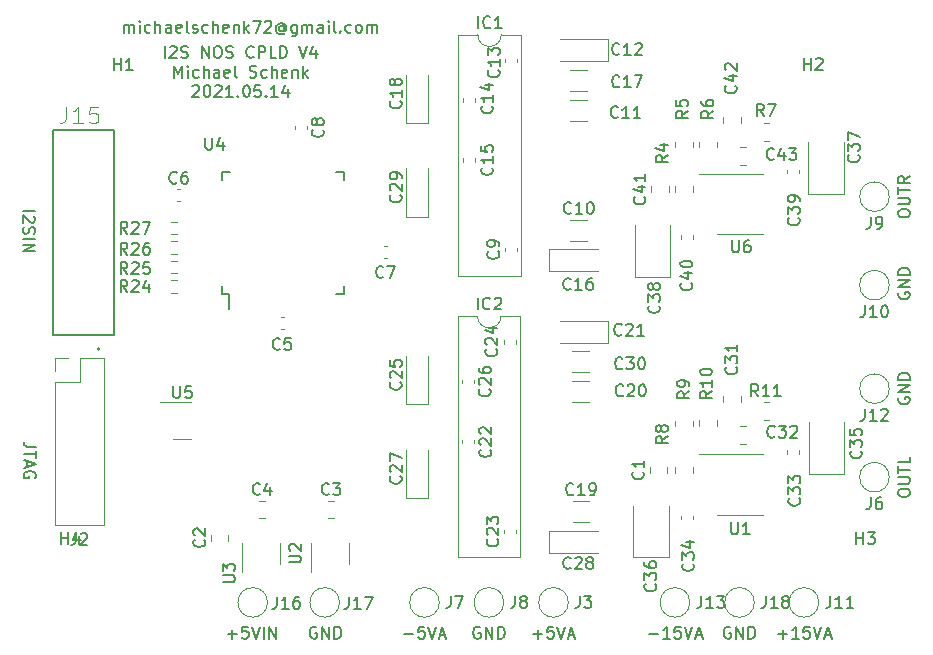
<source format=gbr>
G04 #@! TF.GenerationSoftware,KiCad,Pcbnew,(5.1.10-0-10_14)*
G04 #@! TF.CreationDate,2021-05-14T17:15:12+02:00*
G04 #@! TF.ProjectId,dac-i2s-nos,6461632d-6932-4732-9d6e-6f732e6b6963,rev?*
G04 #@! TF.SameCoordinates,Original*
G04 #@! TF.FileFunction,Legend,Top*
G04 #@! TF.FilePolarity,Positive*
%FSLAX46Y46*%
G04 Gerber Fmt 4.6, Leading zero omitted, Abs format (unit mm)*
G04 Created by KiCad (PCBNEW (5.1.10-0-10_14)) date 2021-05-14 17:15:12*
%MOMM*%
%LPD*%
G01*
G04 APERTURE LIST*
%ADD10C,0.150000*%
%ADD11C,0.200000*%
%ADD12C,0.127000*%
%ADD13C,0.120000*%
%ADD14C,0.015000*%
G04 APERTURE END LIST*
D10*
X183094380Y-102369761D02*
X183094380Y-102179285D01*
X183142000Y-102084047D01*
X183237238Y-101988809D01*
X183427714Y-101941190D01*
X183761047Y-101941190D01*
X183951523Y-101988809D01*
X184046761Y-102084047D01*
X184094380Y-102179285D01*
X184094380Y-102369761D01*
X184046761Y-102465000D01*
X183951523Y-102560238D01*
X183761047Y-102607857D01*
X183427714Y-102607857D01*
X183237238Y-102560238D01*
X183142000Y-102465000D01*
X183094380Y-102369761D01*
X183094380Y-101512619D02*
X183903904Y-101512619D01*
X183999142Y-101465000D01*
X184046761Y-101417380D01*
X184094380Y-101322142D01*
X184094380Y-101131666D01*
X184046761Y-101036428D01*
X183999142Y-100988809D01*
X183903904Y-100941190D01*
X183094380Y-100941190D01*
X183094380Y-100607857D02*
X183094380Y-100036428D01*
X184094380Y-100322142D02*
X183094380Y-100322142D01*
X184094380Y-99226904D02*
X184094380Y-99703095D01*
X183094380Y-99703095D01*
X183142000Y-94233904D02*
X183094380Y-94329142D01*
X183094380Y-94472000D01*
X183142000Y-94614857D01*
X183237238Y-94710095D01*
X183332476Y-94757714D01*
X183522952Y-94805333D01*
X183665809Y-94805333D01*
X183856285Y-94757714D01*
X183951523Y-94710095D01*
X184046761Y-94614857D01*
X184094380Y-94472000D01*
X184094380Y-94376761D01*
X184046761Y-94233904D01*
X183999142Y-94186285D01*
X183665809Y-94186285D01*
X183665809Y-94376761D01*
X184094380Y-93757714D02*
X183094380Y-93757714D01*
X184094380Y-93186285D01*
X183094380Y-93186285D01*
X184094380Y-92710095D02*
X183094380Y-92710095D01*
X183094380Y-92472000D01*
X183142000Y-92329142D01*
X183237238Y-92233904D01*
X183332476Y-92186285D01*
X183522952Y-92138666D01*
X183665809Y-92138666D01*
X183856285Y-92186285D01*
X183951523Y-92233904D01*
X184046761Y-92329142D01*
X184094380Y-92472000D01*
X184094380Y-92710095D01*
X110085119Y-98401333D02*
X109370833Y-98401333D01*
X109227976Y-98353714D01*
X109132738Y-98258476D01*
X109085119Y-98115619D01*
X109085119Y-98020380D01*
X110085119Y-98734666D02*
X110085119Y-99306095D01*
X109085119Y-99020380D02*
X110085119Y-99020380D01*
X109370833Y-99591809D02*
X109370833Y-100068000D01*
X109085119Y-99496571D02*
X110085119Y-99829904D01*
X109085119Y-100163238D01*
X110037500Y-101020380D02*
X110085119Y-100925142D01*
X110085119Y-100782285D01*
X110037500Y-100639428D01*
X109942261Y-100544190D01*
X109847023Y-100496571D01*
X109656547Y-100448952D01*
X109513690Y-100448952D01*
X109323214Y-100496571D01*
X109227976Y-100544190D01*
X109132738Y-100639428D01*
X109085119Y-100782285D01*
X109085119Y-100877523D01*
X109132738Y-101020380D01*
X109180357Y-101068000D01*
X109513690Y-101068000D01*
X109513690Y-100877523D01*
X183094380Y-78716000D02*
X183094380Y-78525523D01*
X183142000Y-78430285D01*
X183237238Y-78335047D01*
X183427714Y-78287428D01*
X183761047Y-78287428D01*
X183951523Y-78335047D01*
X184046761Y-78430285D01*
X184094380Y-78525523D01*
X184094380Y-78716000D01*
X184046761Y-78811238D01*
X183951523Y-78906476D01*
X183761047Y-78954095D01*
X183427714Y-78954095D01*
X183237238Y-78906476D01*
X183142000Y-78811238D01*
X183094380Y-78716000D01*
X183094380Y-77858857D02*
X183903904Y-77858857D01*
X183999142Y-77811238D01*
X184046761Y-77763619D01*
X184094380Y-77668380D01*
X184094380Y-77477904D01*
X184046761Y-77382666D01*
X183999142Y-77335047D01*
X183903904Y-77287428D01*
X183094380Y-77287428D01*
X183094380Y-76954095D02*
X183094380Y-76382666D01*
X184094380Y-76668380D02*
X183094380Y-76668380D01*
X184094380Y-75477904D02*
X183618190Y-75811238D01*
X184094380Y-76049333D02*
X183094380Y-76049333D01*
X183094380Y-75668380D01*
X183142000Y-75573142D01*
X183189619Y-75525523D01*
X183284857Y-75477904D01*
X183427714Y-75477904D01*
X183522952Y-75525523D01*
X183570571Y-75573142D01*
X183618190Y-75668380D01*
X183618190Y-76049333D01*
X183142000Y-85343904D02*
X183094380Y-85439142D01*
X183094380Y-85582000D01*
X183142000Y-85724857D01*
X183237238Y-85820095D01*
X183332476Y-85867714D01*
X183522952Y-85915333D01*
X183665809Y-85915333D01*
X183856285Y-85867714D01*
X183951523Y-85820095D01*
X184046761Y-85724857D01*
X184094380Y-85582000D01*
X184094380Y-85486761D01*
X184046761Y-85343904D01*
X183999142Y-85296285D01*
X183665809Y-85296285D01*
X183665809Y-85486761D01*
X184094380Y-84867714D02*
X183094380Y-84867714D01*
X184094380Y-84296285D01*
X183094380Y-84296285D01*
X184094380Y-83820095D02*
X183094380Y-83820095D01*
X183094380Y-83582000D01*
X183142000Y-83439142D01*
X183237238Y-83343904D01*
X183332476Y-83296285D01*
X183522952Y-83248666D01*
X183665809Y-83248666D01*
X183856285Y-83296285D01*
X183951523Y-83343904D01*
X184046761Y-83439142D01*
X184094380Y-83582000D01*
X184094380Y-83820095D01*
X172942523Y-114244428D02*
X173704428Y-114244428D01*
X173323476Y-114625380D02*
X173323476Y-113863476D01*
X174704428Y-114625380D02*
X174133000Y-114625380D01*
X174418714Y-114625380D02*
X174418714Y-113625380D01*
X174323476Y-113768238D01*
X174228238Y-113863476D01*
X174133000Y-113911095D01*
X175609190Y-113625380D02*
X175133000Y-113625380D01*
X175085380Y-114101571D01*
X175133000Y-114053952D01*
X175228238Y-114006333D01*
X175466333Y-114006333D01*
X175561571Y-114053952D01*
X175609190Y-114101571D01*
X175656809Y-114196809D01*
X175656809Y-114434904D01*
X175609190Y-114530142D01*
X175561571Y-114577761D01*
X175466333Y-114625380D01*
X175228238Y-114625380D01*
X175133000Y-114577761D01*
X175085380Y-114530142D01*
X175942523Y-113625380D02*
X176275857Y-114625380D01*
X176609190Y-113625380D01*
X176894904Y-114339666D02*
X177371095Y-114339666D01*
X176799666Y-114625380D02*
X177133000Y-113625380D01*
X177466333Y-114625380D01*
X162020523Y-114244428D02*
X162782428Y-114244428D01*
X163782428Y-114625380D02*
X163211000Y-114625380D01*
X163496714Y-114625380D02*
X163496714Y-113625380D01*
X163401476Y-113768238D01*
X163306238Y-113863476D01*
X163211000Y-113911095D01*
X164687190Y-113625380D02*
X164211000Y-113625380D01*
X164163380Y-114101571D01*
X164211000Y-114053952D01*
X164306238Y-114006333D01*
X164544333Y-114006333D01*
X164639571Y-114053952D01*
X164687190Y-114101571D01*
X164734809Y-114196809D01*
X164734809Y-114434904D01*
X164687190Y-114530142D01*
X164639571Y-114577761D01*
X164544333Y-114625380D01*
X164306238Y-114625380D01*
X164211000Y-114577761D01*
X164163380Y-114530142D01*
X165020523Y-113625380D02*
X165353857Y-114625380D01*
X165687190Y-113625380D01*
X165972904Y-114339666D02*
X166449095Y-114339666D01*
X165877666Y-114625380D02*
X166211000Y-113625380D01*
X166544333Y-114625380D01*
X168910095Y-113673000D02*
X168814857Y-113625380D01*
X168672000Y-113625380D01*
X168529142Y-113673000D01*
X168433904Y-113768238D01*
X168386285Y-113863476D01*
X168338666Y-114053952D01*
X168338666Y-114196809D01*
X168386285Y-114387285D01*
X168433904Y-114482523D01*
X168529142Y-114577761D01*
X168672000Y-114625380D01*
X168767238Y-114625380D01*
X168910095Y-114577761D01*
X168957714Y-114530142D01*
X168957714Y-114196809D01*
X168767238Y-114196809D01*
X169386285Y-114625380D02*
X169386285Y-113625380D01*
X169957714Y-114625380D01*
X169957714Y-113625380D01*
X170433904Y-114625380D02*
X170433904Y-113625380D01*
X170672000Y-113625380D01*
X170814857Y-113673000D01*
X170910095Y-113768238D01*
X170957714Y-113863476D01*
X171005333Y-114053952D01*
X171005333Y-114196809D01*
X170957714Y-114387285D01*
X170910095Y-114482523D01*
X170814857Y-114577761D01*
X170672000Y-114625380D01*
X170433904Y-114625380D01*
X152209714Y-114244428D02*
X152971619Y-114244428D01*
X152590666Y-114625380D02*
X152590666Y-113863476D01*
X153924000Y-113625380D02*
X153447809Y-113625380D01*
X153400190Y-114101571D01*
X153447809Y-114053952D01*
X153543047Y-114006333D01*
X153781142Y-114006333D01*
X153876380Y-114053952D01*
X153924000Y-114101571D01*
X153971619Y-114196809D01*
X153971619Y-114434904D01*
X153924000Y-114530142D01*
X153876380Y-114577761D01*
X153781142Y-114625380D01*
X153543047Y-114625380D01*
X153447809Y-114577761D01*
X153400190Y-114530142D01*
X154257333Y-113625380D02*
X154590666Y-114625380D01*
X154924000Y-113625380D01*
X155209714Y-114339666D02*
X155685904Y-114339666D01*
X155114476Y-114625380D02*
X155447809Y-113625380D01*
X155781142Y-114625380D01*
X147701095Y-113673000D02*
X147605857Y-113625380D01*
X147463000Y-113625380D01*
X147320142Y-113673000D01*
X147224904Y-113768238D01*
X147177285Y-113863476D01*
X147129666Y-114053952D01*
X147129666Y-114196809D01*
X147177285Y-114387285D01*
X147224904Y-114482523D01*
X147320142Y-114577761D01*
X147463000Y-114625380D01*
X147558238Y-114625380D01*
X147701095Y-114577761D01*
X147748714Y-114530142D01*
X147748714Y-114196809D01*
X147558238Y-114196809D01*
X148177285Y-114625380D02*
X148177285Y-113625380D01*
X148748714Y-114625380D01*
X148748714Y-113625380D01*
X149224904Y-114625380D02*
X149224904Y-113625380D01*
X149463000Y-113625380D01*
X149605857Y-113673000D01*
X149701095Y-113768238D01*
X149748714Y-113863476D01*
X149796333Y-114053952D01*
X149796333Y-114196809D01*
X149748714Y-114387285D01*
X149701095Y-114482523D01*
X149605857Y-114577761D01*
X149463000Y-114625380D01*
X149224904Y-114625380D01*
X141287714Y-114244428D02*
X142049619Y-114244428D01*
X143002000Y-113625380D02*
X142525809Y-113625380D01*
X142478190Y-114101571D01*
X142525809Y-114053952D01*
X142621047Y-114006333D01*
X142859142Y-114006333D01*
X142954380Y-114053952D01*
X143002000Y-114101571D01*
X143049619Y-114196809D01*
X143049619Y-114434904D01*
X143002000Y-114530142D01*
X142954380Y-114577761D01*
X142859142Y-114625380D01*
X142621047Y-114625380D01*
X142525809Y-114577761D01*
X142478190Y-114530142D01*
X143335333Y-113625380D02*
X143668666Y-114625380D01*
X144002000Y-113625380D01*
X144287714Y-114339666D02*
X144763904Y-114339666D01*
X144192476Y-114625380D02*
X144525809Y-113625380D01*
X144859142Y-114625380D01*
X109021619Y-78422714D02*
X110021619Y-78422714D01*
X109926380Y-78851285D02*
X109974000Y-78898904D01*
X110021619Y-78994142D01*
X110021619Y-79232238D01*
X109974000Y-79327476D01*
X109926380Y-79375095D01*
X109831142Y-79422714D01*
X109735904Y-79422714D01*
X109593047Y-79375095D01*
X109021619Y-78803666D01*
X109021619Y-79422714D01*
X109069238Y-79803666D02*
X109021619Y-79946523D01*
X109021619Y-80184619D01*
X109069238Y-80279857D01*
X109116857Y-80327476D01*
X109212095Y-80375095D01*
X109307333Y-80375095D01*
X109402571Y-80327476D01*
X109450190Y-80279857D01*
X109497809Y-80184619D01*
X109545428Y-79994142D01*
X109593047Y-79898904D01*
X109640666Y-79851285D01*
X109735904Y-79803666D01*
X109831142Y-79803666D01*
X109926380Y-79851285D01*
X109974000Y-79898904D01*
X110021619Y-79994142D01*
X110021619Y-80232238D01*
X109974000Y-80375095D01*
X109021619Y-80803666D02*
X110021619Y-80803666D01*
X109021619Y-81279857D02*
X110021619Y-81279857D01*
X109021619Y-81851285D01*
X110021619Y-81851285D01*
X126349380Y-114244428D02*
X127111285Y-114244428D01*
X126730333Y-114625380D02*
X126730333Y-113863476D01*
X128063666Y-113625380D02*
X127587476Y-113625380D01*
X127539857Y-114101571D01*
X127587476Y-114053952D01*
X127682714Y-114006333D01*
X127920809Y-114006333D01*
X128016047Y-114053952D01*
X128063666Y-114101571D01*
X128111285Y-114196809D01*
X128111285Y-114434904D01*
X128063666Y-114530142D01*
X128016047Y-114577761D01*
X127920809Y-114625380D01*
X127682714Y-114625380D01*
X127587476Y-114577761D01*
X127539857Y-114530142D01*
X128397000Y-113625380D02*
X128730333Y-114625380D01*
X129063666Y-113625380D01*
X129397000Y-114625380D02*
X129397000Y-113625380D01*
X129873190Y-114625380D02*
X129873190Y-113625380D01*
X130444619Y-114625380D01*
X130444619Y-113625380D01*
X133858095Y-113673000D02*
X133762857Y-113625380D01*
X133620000Y-113625380D01*
X133477142Y-113673000D01*
X133381904Y-113768238D01*
X133334285Y-113863476D01*
X133286666Y-114053952D01*
X133286666Y-114196809D01*
X133334285Y-114387285D01*
X133381904Y-114482523D01*
X133477142Y-114577761D01*
X133620000Y-114625380D01*
X133715238Y-114625380D01*
X133858095Y-114577761D01*
X133905714Y-114530142D01*
X133905714Y-114196809D01*
X133715238Y-114196809D01*
X134334285Y-114625380D02*
X134334285Y-113625380D01*
X134905714Y-114625380D01*
X134905714Y-113625380D01*
X135381904Y-114625380D02*
X135381904Y-113625380D01*
X135620000Y-113625380D01*
X135762857Y-113673000D01*
X135858095Y-113768238D01*
X135905714Y-113863476D01*
X135953333Y-114053952D01*
X135953333Y-114196809D01*
X135905714Y-114387285D01*
X135858095Y-114482523D01*
X135762857Y-114577761D01*
X135620000Y-114625380D01*
X135381904Y-114625380D01*
X117555714Y-63317380D02*
X117555714Y-62650714D01*
X117555714Y-62745952D02*
X117603333Y-62698333D01*
X117698571Y-62650714D01*
X117841428Y-62650714D01*
X117936666Y-62698333D01*
X117984285Y-62793571D01*
X117984285Y-63317380D01*
X117984285Y-62793571D02*
X118031904Y-62698333D01*
X118127142Y-62650714D01*
X118270000Y-62650714D01*
X118365238Y-62698333D01*
X118412857Y-62793571D01*
X118412857Y-63317380D01*
X118889047Y-63317380D02*
X118889047Y-62650714D01*
X118889047Y-62317380D02*
X118841428Y-62365000D01*
X118889047Y-62412619D01*
X118936666Y-62365000D01*
X118889047Y-62317380D01*
X118889047Y-62412619D01*
X119793809Y-63269761D02*
X119698571Y-63317380D01*
X119508095Y-63317380D01*
X119412857Y-63269761D01*
X119365238Y-63222142D01*
X119317619Y-63126904D01*
X119317619Y-62841190D01*
X119365238Y-62745952D01*
X119412857Y-62698333D01*
X119508095Y-62650714D01*
X119698571Y-62650714D01*
X119793809Y-62698333D01*
X120222380Y-63317380D02*
X120222380Y-62317380D01*
X120650952Y-63317380D02*
X120650952Y-62793571D01*
X120603333Y-62698333D01*
X120508095Y-62650714D01*
X120365238Y-62650714D01*
X120270000Y-62698333D01*
X120222380Y-62745952D01*
X121555714Y-63317380D02*
X121555714Y-62793571D01*
X121508095Y-62698333D01*
X121412857Y-62650714D01*
X121222380Y-62650714D01*
X121127142Y-62698333D01*
X121555714Y-63269761D02*
X121460476Y-63317380D01*
X121222380Y-63317380D01*
X121127142Y-63269761D01*
X121079523Y-63174523D01*
X121079523Y-63079285D01*
X121127142Y-62984047D01*
X121222380Y-62936428D01*
X121460476Y-62936428D01*
X121555714Y-62888809D01*
X122412857Y-63269761D02*
X122317619Y-63317380D01*
X122127142Y-63317380D01*
X122031904Y-63269761D01*
X121984285Y-63174523D01*
X121984285Y-62793571D01*
X122031904Y-62698333D01*
X122127142Y-62650714D01*
X122317619Y-62650714D01*
X122412857Y-62698333D01*
X122460476Y-62793571D01*
X122460476Y-62888809D01*
X121984285Y-62984047D01*
X123031904Y-63317380D02*
X122936666Y-63269761D01*
X122889047Y-63174523D01*
X122889047Y-62317380D01*
X123365238Y-63269761D02*
X123460476Y-63317380D01*
X123650952Y-63317380D01*
X123746190Y-63269761D01*
X123793809Y-63174523D01*
X123793809Y-63126904D01*
X123746190Y-63031666D01*
X123650952Y-62984047D01*
X123508095Y-62984047D01*
X123412857Y-62936428D01*
X123365238Y-62841190D01*
X123365238Y-62793571D01*
X123412857Y-62698333D01*
X123508095Y-62650714D01*
X123650952Y-62650714D01*
X123746190Y-62698333D01*
X124650952Y-63269761D02*
X124555714Y-63317380D01*
X124365238Y-63317380D01*
X124270000Y-63269761D01*
X124222380Y-63222142D01*
X124174761Y-63126904D01*
X124174761Y-62841190D01*
X124222380Y-62745952D01*
X124270000Y-62698333D01*
X124365238Y-62650714D01*
X124555714Y-62650714D01*
X124650952Y-62698333D01*
X125079523Y-63317380D02*
X125079523Y-62317380D01*
X125508095Y-63317380D02*
X125508095Y-62793571D01*
X125460476Y-62698333D01*
X125365238Y-62650714D01*
X125222380Y-62650714D01*
X125127142Y-62698333D01*
X125079523Y-62745952D01*
X126365238Y-63269761D02*
X126270000Y-63317380D01*
X126079523Y-63317380D01*
X125984285Y-63269761D01*
X125936666Y-63174523D01*
X125936666Y-62793571D01*
X125984285Y-62698333D01*
X126079523Y-62650714D01*
X126270000Y-62650714D01*
X126365238Y-62698333D01*
X126412857Y-62793571D01*
X126412857Y-62888809D01*
X125936666Y-62984047D01*
X126841428Y-62650714D02*
X126841428Y-63317380D01*
X126841428Y-62745952D02*
X126889047Y-62698333D01*
X126984285Y-62650714D01*
X127127142Y-62650714D01*
X127222380Y-62698333D01*
X127270000Y-62793571D01*
X127270000Y-63317380D01*
X127746190Y-63317380D02*
X127746190Y-62317380D01*
X127841428Y-62936428D02*
X128127142Y-63317380D01*
X128127142Y-62650714D02*
X127746190Y-63031666D01*
X128460476Y-62317380D02*
X129127142Y-62317380D01*
X128698571Y-63317380D01*
X129460476Y-62412619D02*
X129508095Y-62365000D01*
X129603333Y-62317380D01*
X129841428Y-62317380D01*
X129936666Y-62365000D01*
X129984285Y-62412619D01*
X130031904Y-62507857D01*
X130031904Y-62603095D01*
X129984285Y-62745952D01*
X129412857Y-63317380D01*
X130031904Y-63317380D01*
X131079523Y-62841190D02*
X131031904Y-62793571D01*
X130936666Y-62745952D01*
X130841428Y-62745952D01*
X130746190Y-62793571D01*
X130698571Y-62841190D01*
X130650952Y-62936428D01*
X130650952Y-63031666D01*
X130698571Y-63126904D01*
X130746190Y-63174523D01*
X130841428Y-63222142D01*
X130936666Y-63222142D01*
X131031904Y-63174523D01*
X131079523Y-63126904D01*
X131079523Y-62745952D02*
X131079523Y-63126904D01*
X131127142Y-63174523D01*
X131174761Y-63174523D01*
X131270000Y-63126904D01*
X131317619Y-63031666D01*
X131317619Y-62793571D01*
X131222380Y-62650714D01*
X131079523Y-62555476D01*
X130889047Y-62507857D01*
X130698571Y-62555476D01*
X130555714Y-62650714D01*
X130460476Y-62793571D01*
X130412857Y-62984047D01*
X130460476Y-63174523D01*
X130555714Y-63317380D01*
X130698571Y-63412619D01*
X130889047Y-63460238D01*
X131079523Y-63412619D01*
X131222380Y-63317380D01*
X132174761Y-62650714D02*
X132174761Y-63460238D01*
X132127142Y-63555476D01*
X132079523Y-63603095D01*
X131984285Y-63650714D01*
X131841428Y-63650714D01*
X131746190Y-63603095D01*
X132174761Y-63269761D02*
X132079523Y-63317380D01*
X131889047Y-63317380D01*
X131793809Y-63269761D01*
X131746190Y-63222142D01*
X131698571Y-63126904D01*
X131698571Y-62841190D01*
X131746190Y-62745952D01*
X131793809Y-62698333D01*
X131889047Y-62650714D01*
X132079523Y-62650714D01*
X132174761Y-62698333D01*
X132650952Y-63317380D02*
X132650952Y-62650714D01*
X132650952Y-62745952D02*
X132698571Y-62698333D01*
X132793809Y-62650714D01*
X132936666Y-62650714D01*
X133031904Y-62698333D01*
X133079523Y-62793571D01*
X133079523Y-63317380D01*
X133079523Y-62793571D02*
X133127142Y-62698333D01*
X133222380Y-62650714D01*
X133365238Y-62650714D01*
X133460476Y-62698333D01*
X133508095Y-62793571D01*
X133508095Y-63317380D01*
X134412857Y-63317380D02*
X134412857Y-62793571D01*
X134365238Y-62698333D01*
X134270000Y-62650714D01*
X134079523Y-62650714D01*
X133984285Y-62698333D01*
X134412857Y-63269761D02*
X134317619Y-63317380D01*
X134079523Y-63317380D01*
X133984285Y-63269761D01*
X133936666Y-63174523D01*
X133936666Y-63079285D01*
X133984285Y-62984047D01*
X134079523Y-62936428D01*
X134317619Y-62936428D01*
X134412857Y-62888809D01*
X134889047Y-63317380D02*
X134889047Y-62650714D01*
X134889047Y-62317380D02*
X134841428Y-62365000D01*
X134889047Y-62412619D01*
X134936666Y-62365000D01*
X134889047Y-62317380D01*
X134889047Y-62412619D01*
X135508095Y-63317380D02*
X135412857Y-63269761D01*
X135365238Y-63174523D01*
X135365238Y-62317380D01*
X135889047Y-63222142D02*
X135936666Y-63269761D01*
X135889047Y-63317380D01*
X135841428Y-63269761D01*
X135889047Y-63222142D01*
X135889047Y-63317380D01*
X136793809Y-63269761D02*
X136698571Y-63317380D01*
X136508095Y-63317380D01*
X136412857Y-63269761D01*
X136365238Y-63222142D01*
X136317619Y-63126904D01*
X136317619Y-62841190D01*
X136365238Y-62745952D01*
X136412857Y-62698333D01*
X136508095Y-62650714D01*
X136698571Y-62650714D01*
X136793809Y-62698333D01*
X137365238Y-63317380D02*
X137270000Y-63269761D01*
X137222380Y-63222142D01*
X137174761Y-63126904D01*
X137174761Y-62841190D01*
X137222380Y-62745952D01*
X137270000Y-62698333D01*
X137365238Y-62650714D01*
X137508095Y-62650714D01*
X137603333Y-62698333D01*
X137650952Y-62745952D01*
X137698571Y-62841190D01*
X137698571Y-63126904D01*
X137650952Y-63222142D01*
X137603333Y-63269761D01*
X137508095Y-63317380D01*
X137365238Y-63317380D01*
X138127142Y-63317380D02*
X138127142Y-62650714D01*
X138127142Y-62745952D02*
X138174761Y-62698333D01*
X138270000Y-62650714D01*
X138412857Y-62650714D01*
X138508095Y-62698333D01*
X138555714Y-62793571D01*
X138555714Y-63317380D01*
X138555714Y-62793571D02*
X138603333Y-62698333D01*
X138698571Y-62650714D01*
X138841428Y-62650714D01*
X138936666Y-62698333D01*
X138984285Y-62793571D01*
X138984285Y-63317380D01*
X121015928Y-65477380D02*
X121015928Y-64477380D01*
X121444500Y-64572619D02*
X121492119Y-64525000D01*
X121587357Y-64477380D01*
X121825452Y-64477380D01*
X121920690Y-64525000D01*
X121968309Y-64572619D01*
X122015928Y-64667857D01*
X122015928Y-64763095D01*
X121968309Y-64905952D01*
X121396880Y-65477380D01*
X122015928Y-65477380D01*
X122396880Y-65429761D02*
X122539738Y-65477380D01*
X122777833Y-65477380D01*
X122873071Y-65429761D01*
X122920690Y-65382142D01*
X122968309Y-65286904D01*
X122968309Y-65191666D01*
X122920690Y-65096428D01*
X122873071Y-65048809D01*
X122777833Y-65001190D01*
X122587357Y-64953571D01*
X122492119Y-64905952D01*
X122444500Y-64858333D01*
X122396880Y-64763095D01*
X122396880Y-64667857D01*
X122444500Y-64572619D01*
X122492119Y-64525000D01*
X122587357Y-64477380D01*
X122825452Y-64477380D01*
X122968309Y-64525000D01*
X124158785Y-65477380D02*
X124158785Y-64477380D01*
X124730214Y-65477380D01*
X124730214Y-64477380D01*
X125396880Y-64477380D02*
X125587357Y-64477380D01*
X125682595Y-64525000D01*
X125777833Y-64620238D01*
X125825452Y-64810714D01*
X125825452Y-65144047D01*
X125777833Y-65334523D01*
X125682595Y-65429761D01*
X125587357Y-65477380D01*
X125396880Y-65477380D01*
X125301642Y-65429761D01*
X125206404Y-65334523D01*
X125158785Y-65144047D01*
X125158785Y-64810714D01*
X125206404Y-64620238D01*
X125301642Y-64525000D01*
X125396880Y-64477380D01*
X126206404Y-65429761D02*
X126349261Y-65477380D01*
X126587357Y-65477380D01*
X126682595Y-65429761D01*
X126730214Y-65382142D01*
X126777833Y-65286904D01*
X126777833Y-65191666D01*
X126730214Y-65096428D01*
X126682595Y-65048809D01*
X126587357Y-65001190D01*
X126396880Y-64953571D01*
X126301642Y-64905952D01*
X126254023Y-64858333D01*
X126206404Y-64763095D01*
X126206404Y-64667857D01*
X126254023Y-64572619D01*
X126301642Y-64525000D01*
X126396880Y-64477380D01*
X126634976Y-64477380D01*
X126777833Y-64525000D01*
X128539738Y-65382142D02*
X128492119Y-65429761D01*
X128349261Y-65477380D01*
X128254023Y-65477380D01*
X128111166Y-65429761D01*
X128015928Y-65334523D01*
X127968309Y-65239285D01*
X127920690Y-65048809D01*
X127920690Y-64905952D01*
X127968309Y-64715476D01*
X128015928Y-64620238D01*
X128111166Y-64525000D01*
X128254023Y-64477380D01*
X128349261Y-64477380D01*
X128492119Y-64525000D01*
X128539738Y-64572619D01*
X128968309Y-65477380D02*
X128968309Y-64477380D01*
X129349261Y-64477380D01*
X129444500Y-64525000D01*
X129492119Y-64572619D01*
X129539738Y-64667857D01*
X129539738Y-64810714D01*
X129492119Y-64905952D01*
X129444500Y-64953571D01*
X129349261Y-65001190D01*
X128968309Y-65001190D01*
X130444500Y-65477380D02*
X129968309Y-65477380D01*
X129968309Y-64477380D01*
X130777833Y-65477380D02*
X130777833Y-64477380D01*
X131015928Y-64477380D01*
X131158785Y-64525000D01*
X131254023Y-64620238D01*
X131301642Y-64715476D01*
X131349261Y-64905952D01*
X131349261Y-65048809D01*
X131301642Y-65239285D01*
X131254023Y-65334523D01*
X131158785Y-65429761D01*
X131015928Y-65477380D01*
X130777833Y-65477380D01*
X132396880Y-64477380D02*
X132730214Y-65477380D01*
X133063547Y-64477380D01*
X133825452Y-64810714D02*
X133825452Y-65477380D01*
X133587357Y-64429761D02*
X133349261Y-65144047D01*
X133968309Y-65144047D01*
X121825452Y-67127380D02*
X121825452Y-66127380D01*
X122158785Y-66841666D01*
X122492119Y-66127380D01*
X122492119Y-67127380D01*
X122968309Y-67127380D02*
X122968309Y-66460714D01*
X122968309Y-66127380D02*
X122920690Y-66175000D01*
X122968309Y-66222619D01*
X123015928Y-66175000D01*
X122968309Y-66127380D01*
X122968309Y-66222619D01*
X123873071Y-67079761D02*
X123777833Y-67127380D01*
X123587357Y-67127380D01*
X123492119Y-67079761D01*
X123444500Y-67032142D01*
X123396880Y-66936904D01*
X123396880Y-66651190D01*
X123444500Y-66555952D01*
X123492119Y-66508333D01*
X123587357Y-66460714D01*
X123777833Y-66460714D01*
X123873071Y-66508333D01*
X124301642Y-67127380D02*
X124301642Y-66127380D01*
X124730214Y-67127380D02*
X124730214Y-66603571D01*
X124682595Y-66508333D01*
X124587357Y-66460714D01*
X124444500Y-66460714D01*
X124349261Y-66508333D01*
X124301642Y-66555952D01*
X125634976Y-67127380D02*
X125634976Y-66603571D01*
X125587357Y-66508333D01*
X125492119Y-66460714D01*
X125301642Y-66460714D01*
X125206404Y-66508333D01*
X125634976Y-67079761D02*
X125539738Y-67127380D01*
X125301642Y-67127380D01*
X125206404Y-67079761D01*
X125158785Y-66984523D01*
X125158785Y-66889285D01*
X125206404Y-66794047D01*
X125301642Y-66746428D01*
X125539738Y-66746428D01*
X125634976Y-66698809D01*
X126492119Y-67079761D02*
X126396880Y-67127380D01*
X126206404Y-67127380D01*
X126111166Y-67079761D01*
X126063547Y-66984523D01*
X126063547Y-66603571D01*
X126111166Y-66508333D01*
X126206404Y-66460714D01*
X126396880Y-66460714D01*
X126492119Y-66508333D01*
X126539738Y-66603571D01*
X126539738Y-66698809D01*
X126063547Y-66794047D01*
X127111166Y-67127380D02*
X127015928Y-67079761D01*
X126968309Y-66984523D01*
X126968309Y-66127380D01*
X128206404Y-67079761D02*
X128349261Y-67127380D01*
X128587357Y-67127380D01*
X128682595Y-67079761D01*
X128730214Y-67032142D01*
X128777833Y-66936904D01*
X128777833Y-66841666D01*
X128730214Y-66746428D01*
X128682595Y-66698809D01*
X128587357Y-66651190D01*
X128396880Y-66603571D01*
X128301642Y-66555952D01*
X128254023Y-66508333D01*
X128206404Y-66413095D01*
X128206404Y-66317857D01*
X128254023Y-66222619D01*
X128301642Y-66175000D01*
X128396880Y-66127380D01*
X128634976Y-66127380D01*
X128777833Y-66175000D01*
X129634976Y-67079761D02*
X129539738Y-67127380D01*
X129349261Y-67127380D01*
X129254023Y-67079761D01*
X129206404Y-67032142D01*
X129158785Y-66936904D01*
X129158785Y-66651190D01*
X129206404Y-66555952D01*
X129254023Y-66508333D01*
X129349261Y-66460714D01*
X129539738Y-66460714D01*
X129634976Y-66508333D01*
X130063547Y-67127380D02*
X130063547Y-66127380D01*
X130492119Y-67127380D02*
X130492119Y-66603571D01*
X130444500Y-66508333D01*
X130349261Y-66460714D01*
X130206404Y-66460714D01*
X130111166Y-66508333D01*
X130063547Y-66555952D01*
X131349261Y-67079761D02*
X131254023Y-67127380D01*
X131063547Y-67127380D01*
X130968309Y-67079761D01*
X130920690Y-66984523D01*
X130920690Y-66603571D01*
X130968309Y-66508333D01*
X131063547Y-66460714D01*
X131254023Y-66460714D01*
X131349261Y-66508333D01*
X131396880Y-66603571D01*
X131396880Y-66698809D01*
X130920690Y-66794047D01*
X131825452Y-66460714D02*
X131825452Y-67127380D01*
X131825452Y-66555952D02*
X131873071Y-66508333D01*
X131968309Y-66460714D01*
X132111166Y-66460714D01*
X132206404Y-66508333D01*
X132254023Y-66603571D01*
X132254023Y-67127380D01*
X132730214Y-67127380D02*
X132730214Y-66127380D01*
X132825452Y-66746428D02*
X133111166Y-67127380D01*
X133111166Y-66460714D02*
X132730214Y-66841666D01*
X123349261Y-67872619D02*
X123396880Y-67825000D01*
X123492119Y-67777380D01*
X123730214Y-67777380D01*
X123825452Y-67825000D01*
X123873071Y-67872619D01*
X123920690Y-67967857D01*
X123920690Y-68063095D01*
X123873071Y-68205952D01*
X123301642Y-68777380D01*
X123920690Y-68777380D01*
X124539738Y-67777380D02*
X124634976Y-67777380D01*
X124730214Y-67825000D01*
X124777833Y-67872619D01*
X124825452Y-67967857D01*
X124873071Y-68158333D01*
X124873071Y-68396428D01*
X124825452Y-68586904D01*
X124777833Y-68682142D01*
X124730214Y-68729761D01*
X124634976Y-68777380D01*
X124539738Y-68777380D01*
X124444500Y-68729761D01*
X124396880Y-68682142D01*
X124349261Y-68586904D01*
X124301642Y-68396428D01*
X124301642Y-68158333D01*
X124349261Y-67967857D01*
X124396880Y-67872619D01*
X124444500Y-67825000D01*
X124539738Y-67777380D01*
X125254023Y-67872619D02*
X125301642Y-67825000D01*
X125396880Y-67777380D01*
X125634976Y-67777380D01*
X125730214Y-67825000D01*
X125777833Y-67872619D01*
X125825452Y-67967857D01*
X125825452Y-68063095D01*
X125777833Y-68205952D01*
X125206404Y-68777380D01*
X125825452Y-68777380D01*
X126777833Y-68777380D02*
X126206404Y-68777380D01*
X126492119Y-68777380D02*
X126492119Y-67777380D01*
X126396880Y-67920238D01*
X126301642Y-68015476D01*
X126206404Y-68063095D01*
X127206404Y-68682142D02*
X127254023Y-68729761D01*
X127206404Y-68777380D01*
X127158785Y-68729761D01*
X127206404Y-68682142D01*
X127206404Y-68777380D01*
X127873071Y-67777380D02*
X127968309Y-67777380D01*
X128063547Y-67825000D01*
X128111166Y-67872619D01*
X128158785Y-67967857D01*
X128206404Y-68158333D01*
X128206404Y-68396428D01*
X128158785Y-68586904D01*
X128111166Y-68682142D01*
X128063547Y-68729761D01*
X127968309Y-68777380D01*
X127873071Y-68777380D01*
X127777833Y-68729761D01*
X127730214Y-68682142D01*
X127682595Y-68586904D01*
X127634976Y-68396428D01*
X127634976Y-68158333D01*
X127682595Y-67967857D01*
X127730214Y-67872619D01*
X127777833Y-67825000D01*
X127873071Y-67777380D01*
X129111166Y-67777380D02*
X128634976Y-67777380D01*
X128587357Y-68253571D01*
X128634976Y-68205952D01*
X128730214Y-68158333D01*
X128968309Y-68158333D01*
X129063547Y-68205952D01*
X129111166Y-68253571D01*
X129158785Y-68348809D01*
X129158785Y-68586904D01*
X129111166Y-68682142D01*
X129063547Y-68729761D01*
X128968309Y-68777380D01*
X128730214Y-68777380D01*
X128634976Y-68729761D01*
X128587357Y-68682142D01*
X129587357Y-68682142D02*
X129634976Y-68729761D01*
X129587357Y-68777380D01*
X129539738Y-68729761D01*
X129587357Y-68682142D01*
X129587357Y-68777380D01*
X130587357Y-68777380D02*
X130015928Y-68777380D01*
X130301642Y-68777380D02*
X130301642Y-67777380D01*
X130206404Y-67920238D01*
X130111166Y-68015476D01*
X130015928Y-68063095D01*
X131444500Y-68110714D02*
X131444500Y-68777380D01*
X131206404Y-67729761D02*
X130968309Y-68444047D01*
X131587357Y-68444047D01*
D11*
X115521000Y-90112000D02*
G75*
G03*
X115521000Y-90112000I-100000J0D01*
G01*
D12*
X111551000Y-88967000D02*
X111551000Y-71567000D01*
X111551000Y-71567000D02*
X116751000Y-71567000D01*
X116751000Y-71567000D02*
X116751000Y-88967000D01*
X116751000Y-88967000D02*
X111551000Y-88967000D01*
D13*
X147195000Y-93009767D02*
X147195000Y-92717233D01*
X146175000Y-93009767D02*
X146175000Y-92717233D01*
X149731000Y-89362233D02*
X149731000Y-89654767D01*
X150751000Y-89362233D02*
X150751000Y-89654767D01*
X150751000Y-105709767D02*
X150751000Y-105417233D01*
X149731000Y-105709767D02*
X149731000Y-105417233D01*
X147195000Y-98089767D02*
X147195000Y-97797233D01*
X146175000Y-98089767D02*
X146175000Y-97797233D01*
X147258500Y-74277267D02*
X147258500Y-73984733D01*
X146238500Y-74277267D02*
X146238500Y-73984733D01*
X147258500Y-69197267D02*
X147258500Y-68904733D01*
X146238500Y-69197267D02*
X146238500Y-68904733D01*
X149794500Y-65549733D02*
X149794500Y-65842267D01*
X150814500Y-65549733D02*
X150814500Y-65842267D01*
X150814500Y-81833767D02*
X150814500Y-81541233D01*
X149794500Y-81833767D02*
X149794500Y-81541233D01*
X169735500Y-75291000D02*
X166285500Y-75291000D01*
X169735500Y-75291000D02*
X171685500Y-75291000D01*
X169735500Y-80411000D02*
X167785500Y-80411000D01*
X169735500Y-80411000D02*
X171685500Y-80411000D01*
X172169064Y-71020000D02*
X171714936Y-71020000D01*
X172169064Y-72490000D02*
X171714936Y-72490000D01*
X166270000Y-72559936D02*
X166270000Y-73014064D01*
X167740000Y-72559936D02*
X167740000Y-73014064D01*
X164238000Y-72559936D02*
X164238000Y-73014064D01*
X165708000Y-72559936D02*
X165708000Y-73014064D01*
X164238000Y-76353936D02*
X164238000Y-76808064D01*
X165708000Y-76353936D02*
X165708000Y-76808064D01*
X169686248Y-74522000D02*
X170208752Y-74522000D01*
X169686248Y-73052000D02*
X170208752Y-73052000D01*
X169772000Y-70978752D02*
X169772000Y-70456248D01*
X168302000Y-70978752D02*
X168302000Y-70456248D01*
X163676000Y-76842252D02*
X163676000Y-76319748D01*
X162206000Y-76842252D02*
X162206000Y-76319748D01*
X165737000Y-80764767D02*
X165737000Y-80472233D01*
X164717000Y-80764767D02*
X164717000Y-80472233D01*
X174754000Y-75229767D02*
X174754000Y-74937233D01*
X173734000Y-75229767D02*
X173734000Y-74937233D01*
X163816000Y-84016000D02*
X163816000Y-79631000D01*
X160796000Y-84016000D02*
X163816000Y-84016000D01*
X160796000Y-79631000D02*
X160796000Y-84016000D01*
X178484500Y-76956000D02*
X178484500Y-72571000D01*
X175464500Y-76956000D02*
X178484500Y-76956000D01*
X175464500Y-72571000D02*
X175464500Y-76956000D01*
X143302000Y-78916000D02*
X143302000Y-74831000D01*
X141432000Y-78916000D02*
X143302000Y-78916000D01*
X141432000Y-74831000D02*
X141432000Y-78916000D01*
X143302000Y-70961000D02*
X143302000Y-66876000D01*
X141432000Y-70961000D02*
X143302000Y-70961000D01*
X141432000Y-66876000D02*
X141432000Y-70961000D01*
X158545000Y-63898500D02*
X154460000Y-63898500D01*
X158545000Y-65768500D02*
X158545000Y-63898500D01*
X154460000Y-65768500D02*
X158545000Y-65768500D01*
X153575000Y-83548500D02*
X157660000Y-83548500D01*
X153575000Y-81678500D02*
X153575000Y-83548500D01*
X157660000Y-81678500D02*
X153575000Y-81678500D01*
X154460000Y-89581000D02*
X158545000Y-89581000D01*
X158545000Y-89581000D02*
X158545000Y-87711000D01*
X158545000Y-87711000D02*
X154460000Y-87711000D01*
X157660000Y-105491000D02*
X153575000Y-105491000D01*
X153575000Y-105491000D02*
X153575000Y-107361000D01*
X153575000Y-107361000D02*
X157660000Y-107361000D01*
X141432000Y-98643500D02*
X141432000Y-102728500D01*
X141432000Y-102728500D02*
X143302000Y-102728500D01*
X143302000Y-102728500D02*
X143302000Y-98643500D01*
X141432000Y-90688500D02*
X141432000Y-94773500D01*
X141432000Y-94773500D02*
X143302000Y-94773500D01*
X143302000Y-94773500D02*
X143302000Y-90688500D01*
X169737000Y-104160000D02*
X171687000Y-104160000D01*
X169737000Y-104160000D02*
X167787000Y-104160000D01*
X169737000Y-99040000D02*
X171687000Y-99040000D01*
X169737000Y-99040000D02*
X166287000Y-99040000D01*
X165737000Y-104513767D02*
X165737000Y-104221233D01*
X164717000Y-104513767D02*
X164717000Y-104221233D01*
X174754000Y-98978767D02*
X174754000Y-98686233D01*
X173734000Y-98978767D02*
X173734000Y-98686233D01*
X172169064Y-96112000D02*
X171714936Y-96112000D01*
X172169064Y-94642000D02*
X171714936Y-94642000D01*
X167740000Y-96149936D02*
X167740000Y-96604064D01*
X166270000Y-96149936D02*
X166270000Y-96604064D01*
X165708000Y-96181936D02*
X165708000Y-96636064D01*
X164238000Y-96181936D02*
X164238000Y-96636064D01*
X165708000Y-100118936D02*
X165708000Y-100573064D01*
X164238000Y-100118936D02*
X164238000Y-100573064D01*
X160669000Y-103380000D02*
X160669000Y-107765000D01*
X160669000Y-107765000D02*
X163689000Y-107765000D01*
X163689000Y-107765000D02*
X163689000Y-103380000D01*
X175528000Y-96320000D02*
X175528000Y-100705000D01*
X175528000Y-100705000D02*
X178548000Y-100705000D01*
X178548000Y-100705000D02*
X178548000Y-96320000D01*
X169686248Y-96674000D02*
X170208752Y-96674000D01*
X169686248Y-98144000D02*
X170208752Y-98144000D01*
X168302000Y-94600752D02*
X168302000Y-94078248D01*
X169772000Y-94600752D02*
X169772000Y-94078248D01*
X162079000Y-100612752D02*
X162079000Y-100090248D01*
X163549000Y-100612752D02*
X163549000Y-100090248D01*
X122497000Y-94642500D02*
X120647000Y-94642500D01*
X122497000Y-94642500D02*
X123247000Y-94642500D01*
X122497000Y-97762500D02*
X121747000Y-97762500D01*
X122497000Y-97762500D02*
X123247000Y-97762500D01*
X111748000Y-90888000D02*
X112808000Y-90888000D01*
X111748000Y-91948000D02*
X111748000Y-90888000D01*
X113808000Y-90888000D02*
X115868000Y-90888000D01*
X113808000Y-92948000D02*
X113808000Y-90888000D01*
X111748000Y-92948000D02*
X113808000Y-92948000D01*
X115868000Y-90888000D02*
X115868000Y-105008000D01*
X111748000Y-92948000D02*
X111748000Y-105008000D01*
X111748000Y-105008000D02*
X115868000Y-105008000D01*
X182353000Y-93472000D02*
G75*
G03*
X182353000Y-93472000I-1251000J0D01*
G01*
X182353000Y-100965000D02*
G75*
G03*
X182353000Y-100965000I-1251000J0D01*
G01*
X151134000Y-87316000D02*
X149484000Y-87316000D01*
X151134000Y-107756000D02*
X151134000Y-87316000D01*
X145834000Y-107756000D02*
X151134000Y-107756000D01*
X145834000Y-87316000D02*
X145834000Y-107756000D01*
X147484000Y-87316000D02*
X145834000Y-87316000D01*
X149484000Y-87316000D02*
G75*
G02*
X147484000Y-87316000I-1000000J0D01*
G01*
X155498748Y-92096000D02*
X156921252Y-92096000D01*
X155498748Y-90276000D02*
X156921252Y-90276000D01*
X155498748Y-94636000D02*
X156921252Y-94636000D01*
X155498748Y-92816000D02*
X156921252Y-92816000D01*
X155537248Y-104796000D02*
X156959752Y-104796000D01*
X155537248Y-102976000D02*
X156959752Y-102976000D01*
X170923000Y-111569500D02*
G75*
G03*
X170923000Y-111569500I-1251000J0D01*
G01*
X165462000Y-111569500D02*
G75*
G03*
X165462000Y-111569500I-1251000J0D01*
G01*
X176384000Y-111569500D02*
G75*
G03*
X176384000Y-111569500I-1251000J0D01*
G01*
X182353000Y-84709000D02*
G75*
G03*
X182353000Y-84709000I-1251000J0D01*
G01*
X182353000Y-77216000D02*
G75*
G03*
X182353000Y-77216000I-1251000J0D01*
G01*
X149714000Y-111569500D02*
G75*
G03*
X149714000Y-111569500I-1251000J0D01*
G01*
X144253000Y-111569500D02*
G75*
G03*
X144253000Y-111569500I-1251000J0D01*
G01*
X155175000Y-111569500D02*
G75*
G03*
X155175000Y-111569500I-1251000J0D01*
G01*
X155346748Y-66463500D02*
X156769252Y-66463500D01*
X155346748Y-68283500D02*
X156769252Y-68283500D01*
X155346748Y-69003500D02*
X156769252Y-69003500D01*
X155346748Y-70823500D02*
X156769252Y-70823500D01*
X155346748Y-79163500D02*
X156769252Y-79163500D01*
X155346748Y-80983500D02*
X156769252Y-80983500D01*
X128982748Y-104430500D02*
X129505252Y-104430500D01*
X128982748Y-102960500D02*
X129505252Y-102960500D01*
X134824748Y-104430500D02*
X135347252Y-104430500D01*
X134824748Y-102960500D02*
X135347252Y-102960500D01*
X126401500Y-106348252D02*
X126401500Y-105825748D01*
X124931500Y-106348252D02*
X124931500Y-105825748D01*
X147508501Y-63491001D02*
X145858501Y-63491001D01*
X145858501Y-63491001D02*
X145858501Y-83931001D01*
X145858501Y-83931001D02*
X151158501Y-83931001D01*
X151158501Y-83931001D02*
X151158501Y-63491001D01*
X151158501Y-63491001D02*
X149508501Y-63491001D01*
X149508501Y-63491001D02*
G75*
G02*
X147508501Y-63491001I-1000000J0D01*
G01*
X133098000Y-71227733D02*
X133098000Y-71520267D01*
X132078000Y-71227733D02*
X132078000Y-71520267D01*
X139846267Y-82425000D02*
X139553733Y-82425000D01*
X139846267Y-81405000D02*
X139553733Y-81405000D01*
X122054233Y-76579000D02*
X122346767Y-76579000D01*
X122054233Y-77599000D02*
X122346767Y-77599000D01*
D10*
X126449000Y-85490000D02*
X126449000Y-86765000D01*
X125874000Y-75140000D02*
X125874000Y-75815000D01*
X136224000Y-75140000D02*
X136224000Y-75815000D01*
X136224000Y-85490000D02*
X136224000Y-84815000D01*
X125874000Y-85490000D02*
X125874000Y-84815000D01*
X136224000Y-85490000D02*
X135549000Y-85490000D01*
X136224000Y-75140000D02*
X135549000Y-75140000D01*
X125874000Y-75140000D02*
X126549000Y-75140000D01*
X125874000Y-85490000D02*
X126449000Y-85490000D01*
D13*
X127551500Y-106521500D02*
X127551500Y-108971500D01*
X130771500Y-108321500D02*
X130771500Y-106521500D01*
X133388500Y-106521500D02*
X133388500Y-108971500D01*
X136608500Y-108321500D02*
X136608500Y-106521500D01*
X130817233Y-88394000D02*
X131109767Y-88394000D01*
X130817233Y-87374000D02*
X131109767Y-87374000D01*
X121561776Y-80405500D02*
X122071224Y-80405500D01*
X121561776Y-79360500D02*
X122071224Y-79360500D01*
X121561776Y-82056500D02*
X122071224Y-82056500D01*
X121561776Y-81011500D02*
X122071224Y-81011500D01*
X121561776Y-83707500D02*
X122071224Y-83707500D01*
X121561776Y-82662500D02*
X122071224Y-82662500D01*
X121514776Y-85358500D02*
X122024224Y-85358500D01*
X121514776Y-84313500D02*
X122024224Y-84313500D01*
X135807500Y-111569500D02*
G75*
G03*
X135807500Y-111569500I-1251000J0D01*
G01*
X129711500Y-111569500D02*
G75*
G03*
X129711500Y-111569500I-1251000J0D01*
G01*
D14*
X112657557Y-69590583D02*
X112657557Y-70591561D01*
X112590825Y-70791757D01*
X112457361Y-70925221D01*
X112257166Y-70991953D01*
X112123702Y-70991953D01*
X114058927Y-70991953D02*
X113258144Y-70991953D01*
X113658536Y-70991953D02*
X113658536Y-69590583D01*
X113525072Y-69790778D01*
X113391608Y-69924242D01*
X113258144Y-69990974D01*
X115326833Y-69590583D02*
X114659514Y-69590583D01*
X114592782Y-70257902D01*
X114659514Y-70191170D01*
X114792978Y-70124438D01*
X115126638Y-70124438D01*
X115260101Y-70191170D01*
X115326833Y-70257902D01*
X115393565Y-70391365D01*
X115393565Y-70725025D01*
X115326833Y-70858489D01*
X115260101Y-70925221D01*
X115126638Y-70991953D01*
X114792978Y-70991953D01*
X114659514Y-70925221D01*
X114592782Y-70858489D01*
D10*
X148502642Y-93506357D02*
X148550261Y-93553976D01*
X148597880Y-93696833D01*
X148597880Y-93792071D01*
X148550261Y-93934928D01*
X148455023Y-94030166D01*
X148359785Y-94077785D01*
X148169309Y-94125404D01*
X148026452Y-94125404D01*
X147835976Y-94077785D01*
X147740738Y-94030166D01*
X147645500Y-93934928D01*
X147597880Y-93792071D01*
X147597880Y-93696833D01*
X147645500Y-93553976D01*
X147693119Y-93506357D01*
X147693119Y-93125404D02*
X147645500Y-93077785D01*
X147597880Y-92982547D01*
X147597880Y-92744452D01*
X147645500Y-92649214D01*
X147693119Y-92601595D01*
X147788357Y-92553976D01*
X147883595Y-92553976D01*
X148026452Y-92601595D01*
X148597880Y-93173023D01*
X148597880Y-92553976D01*
X147597880Y-91696833D02*
X147597880Y-91887309D01*
X147645500Y-91982547D01*
X147693119Y-92030166D01*
X147835976Y-92125404D01*
X148026452Y-92173023D01*
X148407404Y-92173023D01*
X148502642Y-92125404D01*
X148550261Y-92077785D01*
X148597880Y-91982547D01*
X148597880Y-91792071D01*
X148550261Y-91696833D01*
X148502642Y-91649214D01*
X148407404Y-91601595D01*
X148169309Y-91601595D01*
X148074071Y-91649214D01*
X148026452Y-91696833D01*
X147978833Y-91792071D01*
X147978833Y-91982547D01*
X148026452Y-92077785D01*
X148074071Y-92125404D01*
X148169309Y-92173023D01*
X149074142Y-90114357D02*
X149121761Y-90161976D01*
X149169380Y-90304833D01*
X149169380Y-90400071D01*
X149121761Y-90542928D01*
X149026523Y-90638166D01*
X148931285Y-90685785D01*
X148740809Y-90733404D01*
X148597952Y-90733404D01*
X148407476Y-90685785D01*
X148312238Y-90638166D01*
X148217000Y-90542928D01*
X148169380Y-90400071D01*
X148169380Y-90304833D01*
X148217000Y-90161976D01*
X148264619Y-90114357D01*
X148264619Y-89733404D02*
X148217000Y-89685785D01*
X148169380Y-89590547D01*
X148169380Y-89352452D01*
X148217000Y-89257214D01*
X148264619Y-89209595D01*
X148359857Y-89161976D01*
X148455095Y-89161976D01*
X148597952Y-89209595D01*
X149169380Y-89781023D01*
X149169380Y-89161976D01*
X148502714Y-88304833D02*
X149169380Y-88304833D01*
X148121761Y-88542928D02*
X148836047Y-88781023D01*
X148836047Y-88161976D01*
X149168142Y-106206357D02*
X149215761Y-106253976D01*
X149263380Y-106396833D01*
X149263380Y-106492071D01*
X149215761Y-106634928D01*
X149120523Y-106730166D01*
X149025285Y-106777785D01*
X148834809Y-106825404D01*
X148691952Y-106825404D01*
X148501476Y-106777785D01*
X148406238Y-106730166D01*
X148311000Y-106634928D01*
X148263380Y-106492071D01*
X148263380Y-106396833D01*
X148311000Y-106253976D01*
X148358619Y-106206357D01*
X148358619Y-105825404D02*
X148311000Y-105777785D01*
X148263380Y-105682547D01*
X148263380Y-105444452D01*
X148311000Y-105349214D01*
X148358619Y-105301595D01*
X148453857Y-105253976D01*
X148549095Y-105253976D01*
X148691952Y-105301595D01*
X149263380Y-105873023D01*
X149263380Y-105253976D01*
X148263380Y-104920642D02*
X148263380Y-104301595D01*
X148644333Y-104634928D01*
X148644333Y-104492071D01*
X148691952Y-104396833D01*
X148739571Y-104349214D01*
X148834809Y-104301595D01*
X149072904Y-104301595D01*
X149168142Y-104349214D01*
X149215761Y-104396833D01*
X149263380Y-104492071D01*
X149263380Y-104777785D01*
X149215761Y-104873023D01*
X149168142Y-104920642D01*
X148566142Y-98623357D02*
X148613761Y-98670976D01*
X148661380Y-98813833D01*
X148661380Y-98909071D01*
X148613761Y-99051928D01*
X148518523Y-99147166D01*
X148423285Y-99194785D01*
X148232809Y-99242404D01*
X148089952Y-99242404D01*
X147899476Y-99194785D01*
X147804238Y-99147166D01*
X147709000Y-99051928D01*
X147661380Y-98909071D01*
X147661380Y-98813833D01*
X147709000Y-98670976D01*
X147756619Y-98623357D01*
X147756619Y-98242404D02*
X147709000Y-98194785D01*
X147661380Y-98099547D01*
X147661380Y-97861452D01*
X147709000Y-97766214D01*
X147756619Y-97718595D01*
X147851857Y-97670976D01*
X147947095Y-97670976D01*
X148089952Y-97718595D01*
X148661380Y-98290023D01*
X148661380Y-97670976D01*
X147756619Y-97290023D02*
X147709000Y-97242404D01*
X147661380Y-97147166D01*
X147661380Y-96909071D01*
X147709000Y-96813833D01*
X147756619Y-96766214D01*
X147851857Y-96718595D01*
X147947095Y-96718595D01*
X148089952Y-96766214D01*
X148661380Y-97337642D01*
X148661380Y-96718595D01*
X148693142Y-74747357D02*
X148740761Y-74794976D01*
X148788380Y-74937833D01*
X148788380Y-75033071D01*
X148740761Y-75175928D01*
X148645523Y-75271166D01*
X148550285Y-75318785D01*
X148359809Y-75366404D01*
X148216952Y-75366404D01*
X148026476Y-75318785D01*
X147931238Y-75271166D01*
X147836000Y-75175928D01*
X147788380Y-75033071D01*
X147788380Y-74937833D01*
X147836000Y-74794976D01*
X147883619Y-74747357D01*
X148788380Y-73794976D02*
X148788380Y-74366404D01*
X148788380Y-74080690D02*
X147788380Y-74080690D01*
X147931238Y-74175928D01*
X148026476Y-74271166D01*
X148074095Y-74366404D01*
X147788380Y-72890214D02*
X147788380Y-73366404D01*
X148264571Y-73414023D01*
X148216952Y-73366404D01*
X148169333Y-73271166D01*
X148169333Y-73033071D01*
X148216952Y-72937833D01*
X148264571Y-72890214D01*
X148359809Y-72842595D01*
X148597904Y-72842595D01*
X148693142Y-72890214D01*
X148740761Y-72937833D01*
X148788380Y-73033071D01*
X148788380Y-73271166D01*
X148740761Y-73366404D01*
X148693142Y-73414023D01*
X148693142Y-69540357D02*
X148740761Y-69587976D01*
X148788380Y-69730833D01*
X148788380Y-69826071D01*
X148740761Y-69968928D01*
X148645523Y-70064166D01*
X148550285Y-70111785D01*
X148359809Y-70159404D01*
X148216952Y-70159404D01*
X148026476Y-70111785D01*
X147931238Y-70064166D01*
X147836000Y-69968928D01*
X147788380Y-69826071D01*
X147788380Y-69730833D01*
X147836000Y-69587976D01*
X147883619Y-69540357D01*
X148788380Y-68587976D02*
X148788380Y-69159404D01*
X148788380Y-68873690D02*
X147788380Y-68873690D01*
X147931238Y-68968928D01*
X148026476Y-69064166D01*
X148074095Y-69159404D01*
X148121714Y-67730833D02*
X148788380Y-67730833D01*
X147740761Y-67968928D02*
X148455047Y-68207023D01*
X148455047Y-67587976D01*
X149264642Y-66492357D02*
X149312261Y-66539976D01*
X149359880Y-66682833D01*
X149359880Y-66778071D01*
X149312261Y-66920928D01*
X149217023Y-67016166D01*
X149121785Y-67063785D01*
X148931309Y-67111404D01*
X148788452Y-67111404D01*
X148597976Y-67063785D01*
X148502738Y-67016166D01*
X148407500Y-66920928D01*
X148359880Y-66778071D01*
X148359880Y-66682833D01*
X148407500Y-66539976D01*
X148455119Y-66492357D01*
X149359880Y-65539976D02*
X149359880Y-66111404D01*
X149359880Y-65825690D02*
X148359880Y-65825690D01*
X148502738Y-65920928D01*
X148597976Y-66016166D01*
X148645595Y-66111404D01*
X148359880Y-65206642D02*
X148359880Y-64587595D01*
X148740833Y-64920928D01*
X148740833Y-64778071D01*
X148788452Y-64682833D01*
X148836071Y-64635214D01*
X148931309Y-64587595D01*
X149169404Y-64587595D01*
X149264642Y-64635214D01*
X149312261Y-64682833D01*
X149359880Y-64778071D01*
X149359880Y-65063785D01*
X149312261Y-65159023D01*
X149264642Y-65206642D01*
X149231642Y-81854166D02*
X149279261Y-81901785D01*
X149326880Y-82044642D01*
X149326880Y-82139880D01*
X149279261Y-82282738D01*
X149184023Y-82377976D01*
X149088785Y-82425595D01*
X148898309Y-82473214D01*
X148755452Y-82473214D01*
X148564976Y-82425595D01*
X148469738Y-82377976D01*
X148374500Y-82282738D01*
X148326880Y-82139880D01*
X148326880Y-82044642D01*
X148374500Y-81901785D01*
X148422119Y-81854166D01*
X149326880Y-81377976D02*
X149326880Y-81187500D01*
X149279261Y-81092261D01*
X149231642Y-81044642D01*
X149088785Y-80949404D01*
X148898309Y-80901785D01*
X148517357Y-80901785D01*
X148422119Y-80949404D01*
X148374500Y-80997023D01*
X148326880Y-81092261D01*
X148326880Y-81282738D01*
X148374500Y-81377976D01*
X148422119Y-81425595D01*
X148517357Y-81473214D01*
X148755452Y-81473214D01*
X148850690Y-81425595D01*
X148898309Y-81377976D01*
X148945928Y-81282738D01*
X148945928Y-81092261D01*
X148898309Y-80997023D01*
X148850690Y-80949404D01*
X148755452Y-80901785D01*
X169037095Y-80922880D02*
X169037095Y-81732404D01*
X169084714Y-81827642D01*
X169132333Y-81875261D01*
X169227571Y-81922880D01*
X169418047Y-81922880D01*
X169513285Y-81875261D01*
X169560904Y-81827642D01*
X169608523Y-81732404D01*
X169608523Y-80922880D01*
X170513285Y-80922880D02*
X170322809Y-80922880D01*
X170227571Y-80970500D01*
X170179952Y-81018119D01*
X170084714Y-81160976D01*
X170037095Y-81351452D01*
X170037095Y-81732404D01*
X170084714Y-81827642D01*
X170132333Y-81875261D01*
X170227571Y-81922880D01*
X170418047Y-81922880D01*
X170513285Y-81875261D01*
X170560904Y-81827642D01*
X170608523Y-81732404D01*
X170608523Y-81494309D01*
X170560904Y-81399071D01*
X170513285Y-81351452D01*
X170418047Y-81303833D01*
X170227571Y-81303833D01*
X170132333Y-81351452D01*
X170084714Y-81399071D01*
X170037095Y-81494309D01*
X171727833Y-70365880D02*
X171394500Y-69889690D01*
X171156404Y-70365880D02*
X171156404Y-69365880D01*
X171537357Y-69365880D01*
X171632595Y-69413500D01*
X171680214Y-69461119D01*
X171727833Y-69556357D01*
X171727833Y-69699214D01*
X171680214Y-69794452D01*
X171632595Y-69842071D01*
X171537357Y-69889690D01*
X171156404Y-69889690D01*
X172061166Y-69365880D02*
X172727833Y-69365880D01*
X172299261Y-70365880D01*
X167457380Y-69953166D02*
X166981190Y-70286500D01*
X167457380Y-70524595D02*
X166457380Y-70524595D01*
X166457380Y-70143642D01*
X166505000Y-70048404D01*
X166552619Y-70000785D01*
X166647857Y-69953166D01*
X166790714Y-69953166D01*
X166885952Y-70000785D01*
X166933571Y-70048404D01*
X166981190Y-70143642D01*
X166981190Y-70524595D01*
X166457380Y-69096023D02*
X166457380Y-69286500D01*
X166505000Y-69381738D01*
X166552619Y-69429357D01*
X166695476Y-69524595D01*
X166885952Y-69572214D01*
X167266904Y-69572214D01*
X167362142Y-69524595D01*
X167409761Y-69476976D01*
X167457380Y-69381738D01*
X167457380Y-69191261D01*
X167409761Y-69096023D01*
X167362142Y-69048404D01*
X167266904Y-69000785D01*
X167028809Y-69000785D01*
X166933571Y-69048404D01*
X166885952Y-69096023D01*
X166838333Y-69191261D01*
X166838333Y-69381738D01*
X166885952Y-69476976D01*
X166933571Y-69524595D01*
X167028809Y-69572214D01*
X165298380Y-69953166D02*
X164822190Y-70286500D01*
X165298380Y-70524595D02*
X164298380Y-70524595D01*
X164298380Y-70143642D01*
X164346000Y-70048404D01*
X164393619Y-70000785D01*
X164488857Y-69953166D01*
X164631714Y-69953166D01*
X164726952Y-70000785D01*
X164774571Y-70048404D01*
X164822190Y-70143642D01*
X164822190Y-70524595D01*
X164298380Y-69048404D02*
X164298380Y-69524595D01*
X164774571Y-69572214D01*
X164726952Y-69524595D01*
X164679333Y-69429357D01*
X164679333Y-69191261D01*
X164726952Y-69096023D01*
X164774571Y-69048404D01*
X164869809Y-69000785D01*
X165107904Y-69000785D01*
X165203142Y-69048404D01*
X165250761Y-69096023D01*
X165298380Y-69191261D01*
X165298380Y-69429357D01*
X165250761Y-69524595D01*
X165203142Y-69572214D01*
X163583880Y-73699666D02*
X163107690Y-74033000D01*
X163583880Y-74271095D02*
X162583880Y-74271095D01*
X162583880Y-73890142D01*
X162631500Y-73794904D01*
X162679119Y-73747285D01*
X162774357Y-73699666D01*
X162917214Y-73699666D01*
X163012452Y-73747285D01*
X163060071Y-73794904D01*
X163107690Y-73890142D01*
X163107690Y-74271095D01*
X162917214Y-72842523D02*
X163583880Y-72842523D01*
X162536261Y-73080619D02*
X163250547Y-73318714D01*
X163250547Y-72699666D01*
X172585142Y-74017142D02*
X172537523Y-74064761D01*
X172394666Y-74112380D01*
X172299428Y-74112380D01*
X172156571Y-74064761D01*
X172061333Y-73969523D01*
X172013714Y-73874285D01*
X171966095Y-73683809D01*
X171966095Y-73540952D01*
X172013714Y-73350476D01*
X172061333Y-73255238D01*
X172156571Y-73160000D01*
X172299428Y-73112380D01*
X172394666Y-73112380D01*
X172537523Y-73160000D01*
X172585142Y-73207619D01*
X173442285Y-73445714D02*
X173442285Y-74112380D01*
X173204190Y-73064761D02*
X172966095Y-73779047D01*
X173585142Y-73779047D01*
X173870857Y-73112380D02*
X174489904Y-73112380D01*
X174156571Y-73493333D01*
X174299428Y-73493333D01*
X174394666Y-73540952D01*
X174442285Y-73588571D01*
X174489904Y-73683809D01*
X174489904Y-73921904D01*
X174442285Y-74017142D01*
X174394666Y-74064761D01*
X174299428Y-74112380D01*
X174013714Y-74112380D01*
X173918476Y-74064761D01*
X173870857Y-74017142D01*
X169330642Y-67825857D02*
X169378261Y-67873476D01*
X169425880Y-68016333D01*
X169425880Y-68111571D01*
X169378261Y-68254428D01*
X169283023Y-68349666D01*
X169187785Y-68397285D01*
X168997309Y-68444904D01*
X168854452Y-68444904D01*
X168663976Y-68397285D01*
X168568738Y-68349666D01*
X168473500Y-68254428D01*
X168425880Y-68111571D01*
X168425880Y-68016333D01*
X168473500Y-67873476D01*
X168521119Y-67825857D01*
X168759214Y-66968714D02*
X169425880Y-66968714D01*
X168378261Y-67206809D02*
X169092547Y-67444904D01*
X169092547Y-66825857D01*
X168521119Y-66492523D02*
X168473500Y-66444904D01*
X168425880Y-66349666D01*
X168425880Y-66111571D01*
X168473500Y-66016333D01*
X168521119Y-65968714D01*
X168616357Y-65921095D01*
X168711595Y-65921095D01*
X168854452Y-65968714D01*
X169425880Y-66540142D01*
X169425880Y-65921095D01*
X161618142Y-77223857D02*
X161665761Y-77271476D01*
X161713380Y-77414333D01*
X161713380Y-77509571D01*
X161665761Y-77652428D01*
X161570523Y-77747666D01*
X161475285Y-77795285D01*
X161284809Y-77842904D01*
X161141952Y-77842904D01*
X160951476Y-77795285D01*
X160856238Y-77747666D01*
X160761000Y-77652428D01*
X160713380Y-77509571D01*
X160713380Y-77414333D01*
X160761000Y-77271476D01*
X160808619Y-77223857D01*
X161046714Y-76366714D02*
X161713380Y-76366714D01*
X160665761Y-76604809D02*
X161380047Y-76842904D01*
X161380047Y-76223857D01*
X161713380Y-75319095D02*
X161713380Y-75890523D01*
X161713380Y-75604809D02*
X160713380Y-75604809D01*
X160856238Y-75700047D01*
X160951476Y-75795285D01*
X160999095Y-75890523D01*
X165584142Y-84526357D02*
X165631761Y-84573976D01*
X165679380Y-84716833D01*
X165679380Y-84812071D01*
X165631761Y-84954928D01*
X165536523Y-85050166D01*
X165441285Y-85097785D01*
X165250809Y-85145404D01*
X165107952Y-85145404D01*
X164917476Y-85097785D01*
X164822238Y-85050166D01*
X164727000Y-84954928D01*
X164679380Y-84812071D01*
X164679380Y-84716833D01*
X164727000Y-84573976D01*
X164774619Y-84526357D01*
X165012714Y-83669214D02*
X165679380Y-83669214D01*
X164631761Y-83907309D02*
X165346047Y-84145404D01*
X165346047Y-83526357D01*
X164679380Y-82954928D02*
X164679380Y-82859690D01*
X164727000Y-82764452D01*
X164774619Y-82716833D01*
X164869857Y-82669214D01*
X165060333Y-82621595D01*
X165298428Y-82621595D01*
X165488904Y-82669214D01*
X165584142Y-82716833D01*
X165631761Y-82764452D01*
X165679380Y-82859690D01*
X165679380Y-82954928D01*
X165631761Y-83050166D01*
X165584142Y-83097785D01*
X165488904Y-83145404D01*
X165298428Y-83193023D01*
X165060333Y-83193023D01*
X164869857Y-83145404D01*
X164774619Y-83097785D01*
X164727000Y-83050166D01*
X164679380Y-82954928D01*
X174664642Y-79001857D02*
X174712261Y-79049476D01*
X174759880Y-79192333D01*
X174759880Y-79287571D01*
X174712261Y-79430428D01*
X174617023Y-79525666D01*
X174521785Y-79573285D01*
X174331309Y-79620904D01*
X174188452Y-79620904D01*
X173997976Y-79573285D01*
X173902738Y-79525666D01*
X173807500Y-79430428D01*
X173759880Y-79287571D01*
X173759880Y-79192333D01*
X173807500Y-79049476D01*
X173855119Y-79001857D01*
X173759880Y-78668523D02*
X173759880Y-78049476D01*
X174140833Y-78382809D01*
X174140833Y-78239952D01*
X174188452Y-78144714D01*
X174236071Y-78097095D01*
X174331309Y-78049476D01*
X174569404Y-78049476D01*
X174664642Y-78097095D01*
X174712261Y-78144714D01*
X174759880Y-78239952D01*
X174759880Y-78525666D01*
X174712261Y-78620904D01*
X174664642Y-78668523D01*
X174759880Y-77573285D02*
X174759880Y-77382809D01*
X174712261Y-77287571D01*
X174664642Y-77239952D01*
X174521785Y-77144714D01*
X174331309Y-77097095D01*
X173950357Y-77097095D01*
X173855119Y-77144714D01*
X173807500Y-77192333D01*
X173759880Y-77287571D01*
X173759880Y-77478047D01*
X173807500Y-77573285D01*
X173855119Y-77620904D01*
X173950357Y-77668523D01*
X174188452Y-77668523D01*
X174283690Y-77620904D01*
X174331309Y-77573285D01*
X174378928Y-77478047D01*
X174378928Y-77287571D01*
X174331309Y-77192333D01*
X174283690Y-77144714D01*
X174188452Y-77097095D01*
X162853642Y-86431357D02*
X162901261Y-86478976D01*
X162948880Y-86621833D01*
X162948880Y-86717071D01*
X162901261Y-86859928D01*
X162806023Y-86955166D01*
X162710785Y-87002785D01*
X162520309Y-87050404D01*
X162377452Y-87050404D01*
X162186976Y-87002785D01*
X162091738Y-86955166D01*
X161996500Y-86859928D01*
X161948880Y-86717071D01*
X161948880Y-86621833D01*
X161996500Y-86478976D01*
X162044119Y-86431357D01*
X161948880Y-86098023D02*
X161948880Y-85478976D01*
X162329833Y-85812309D01*
X162329833Y-85669452D01*
X162377452Y-85574214D01*
X162425071Y-85526595D01*
X162520309Y-85478976D01*
X162758404Y-85478976D01*
X162853642Y-85526595D01*
X162901261Y-85574214D01*
X162948880Y-85669452D01*
X162948880Y-85955166D01*
X162901261Y-86050404D01*
X162853642Y-86098023D01*
X162377452Y-84907547D02*
X162329833Y-85002785D01*
X162282214Y-85050404D01*
X162186976Y-85098023D01*
X162139357Y-85098023D01*
X162044119Y-85050404D01*
X161996500Y-85002785D01*
X161948880Y-84907547D01*
X161948880Y-84717071D01*
X161996500Y-84621833D01*
X162044119Y-84574214D01*
X162139357Y-84526595D01*
X162186976Y-84526595D01*
X162282214Y-84574214D01*
X162329833Y-84621833D01*
X162377452Y-84717071D01*
X162377452Y-84907547D01*
X162425071Y-85002785D01*
X162472690Y-85050404D01*
X162567928Y-85098023D01*
X162758404Y-85098023D01*
X162853642Y-85050404D01*
X162901261Y-85002785D01*
X162948880Y-84907547D01*
X162948880Y-84717071D01*
X162901261Y-84621833D01*
X162853642Y-84574214D01*
X162758404Y-84526595D01*
X162567928Y-84526595D01*
X162472690Y-84574214D01*
X162425071Y-84621833D01*
X162377452Y-84717071D01*
X179744642Y-73667857D02*
X179792261Y-73715476D01*
X179839880Y-73858333D01*
X179839880Y-73953571D01*
X179792261Y-74096428D01*
X179697023Y-74191666D01*
X179601785Y-74239285D01*
X179411309Y-74286904D01*
X179268452Y-74286904D01*
X179077976Y-74239285D01*
X178982738Y-74191666D01*
X178887500Y-74096428D01*
X178839880Y-73953571D01*
X178839880Y-73858333D01*
X178887500Y-73715476D01*
X178935119Y-73667857D01*
X178839880Y-73334523D02*
X178839880Y-72715476D01*
X179220833Y-73048809D01*
X179220833Y-72905952D01*
X179268452Y-72810714D01*
X179316071Y-72763095D01*
X179411309Y-72715476D01*
X179649404Y-72715476D01*
X179744642Y-72763095D01*
X179792261Y-72810714D01*
X179839880Y-72905952D01*
X179839880Y-73191666D01*
X179792261Y-73286904D01*
X179744642Y-73334523D01*
X178839880Y-72382142D02*
X178839880Y-71715476D01*
X179839880Y-72144047D01*
X140974142Y-77073857D02*
X141021761Y-77121476D01*
X141069380Y-77264333D01*
X141069380Y-77359571D01*
X141021761Y-77502428D01*
X140926523Y-77597666D01*
X140831285Y-77645285D01*
X140640809Y-77692904D01*
X140497952Y-77692904D01*
X140307476Y-77645285D01*
X140212238Y-77597666D01*
X140117000Y-77502428D01*
X140069380Y-77359571D01*
X140069380Y-77264333D01*
X140117000Y-77121476D01*
X140164619Y-77073857D01*
X140164619Y-76692904D02*
X140117000Y-76645285D01*
X140069380Y-76550047D01*
X140069380Y-76311952D01*
X140117000Y-76216714D01*
X140164619Y-76169095D01*
X140259857Y-76121476D01*
X140355095Y-76121476D01*
X140497952Y-76169095D01*
X141069380Y-76740523D01*
X141069380Y-76121476D01*
X141069380Y-75645285D02*
X141069380Y-75454809D01*
X141021761Y-75359571D01*
X140974142Y-75311952D01*
X140831285Y-75216714D01*
X140640809Y-75169095D01*
X140259857Y-75169095D01*
X140164619Y-75216714D01*
X140117000Y-75264333D01*
X140069380Y-75359571D01*
X140069380Y-75550047D01*
X140117000Y-75645285D01*
X140164619Y-75692904D01*
X140259857Y-75740523D01*
X140497952Y-75740523D01*
X140593190Y-75692904D01*
X140640809Y-75645285D01*
X140688428Y-75550047D01*
X140688428Y-75359571D01*
X140640809Y-75264333D01*
X140593190Y-75216714D01*
X140497952Y-75169095D01*
X140974142Y-69118857D02*
X141021761Y-69166476D01*
X141069380Y-69309333D01*
X141069380Y-69404571D01*
X141021761Y-69547428D01*
X140926523Y-69642666D01*
X140831285Y-69690285D01*
X140640809Y-69737904D01*
X140497952Y-69737904D01*
X140307476Y-69690285D01*
X140212238Y-69642666D01*
X140117000Y-69547428D01*
X140069380Y-69404571D01*
X140069380Y-69309333D01*
X140117000Y-69166476D01*
X140164619Y-69118857D01*
X141069380Y-68166476D02*
X141069380Y-68737904D01*
X141069380Y-68452190D02*
X140069380Y-68452190D01*
X140212238Y-68547428D01*
X140307476Y-68642666D01*
X140355095Y-68737904D01*
X140497952Y-67595047D02*
X140450333Y-67690285D01*
X140402714Y-67737904D01*
X140307476Y-67785523D01*
X140259857Y-67785523D01*
X140164619Y-67737904D01*
X140117000Y-67690285D01*
X140069380Y-67595047D01*
X140069380Y-67404571D01*
X140117000Y-67309333D01*
X140164619Y-67261714D01*
X140259857Y-67214095D01*
X140307476Y-67214095D01*
X140402714Y-67261714D01*
X140450333Y-67309333D01*
X140497952Y-67404571D01*
X140497952Y-67595047D01*
X140545571Y-67690285D01*
X140593190Y-67737904D01*
X140688428Y-67785523D01*
X140878904Y-67785523D01*
X140974142Y-67737904D01*
X141021761Y-67690285D01*
X141069380Y-67595047D01*
X141069380Y-67404571D01*
X141021761Y-67309333D01*
X140974142Y-67261714D01*
X140878904Y-67214095D01*
X140688428Y-67214095D01*
X140593190Y-67261714D01*
X140545571Y-67309333D01*
X140497952Y-67404571D01*
X159504142Y-67857642D02*
X159456523Y-67905261D01*
X159313666Y-67952880D01*
X159218428Y-67952880D01*
X159075571Y-67905261D01*
X158980333Y-67810023D01*
X158932714Y-67714785D01*
X158885095Y-67524309D01*
X158885095Y-67381452D01*
X158932714Y-67190976D01*
X158980333Y-67095738D01*
X159075571Y-67000500D01*
X159218428Y-66952880D01*
X159313666Y-66952880D01*
X159456523Y-67000500D01*
X159504142Y-67048119D01*
X160456523Y-67952880D02*
X159885095Y-67952880D01*
X160170809Y-67952880D02*
X160170809Y-66952880D01*
X160075571Y-67095738D01*
X159980333Y-67190976D01*
X159885095Y-67238595D01*
X160789857Y-66952880D02*
X161456523Y-66952880D01*
X161027952Y-67952880D01*
X155376642Y-85002642D02*
X155329023Y-85050261D01*
X155186166Y-85097880D01*
X155090928Y-85097880D01*
X154948071Y-85050261D01*
X154852833Y-84955023D01*
X154805214Y-84859785D01*
X154757595Y-84669309D01*
X154757595Y-84526452D01*
X154805214Y-84335976D01*
X154852833Y-84240738D01*
X154948071Y-84145500D01*
X155090928Y-84097880D01*
X155186166Y-84097880D01*
X155329023Y-84145500D01*
X155376642Y-84193119D01*
X156329023Y-85097880D02*
X155757595Y-85097880D01*
X156043309Y-85097880D02*
X156043309Y-84097880D01*
X155948071Y-84240738D01*
X155852833Y-84335976D01*
X155757595Y-84383595D01*
X157186166Y-84097880D02*
X156995690Y-84097880D01*
X156900452Y-84145500D01*
X156852833Y-84193119D01*
X156757595Y-84335976D01*
X156709976Y-84526452D01*
X156709976Y-84907404D01*
X156757595Y-85002642D01*
X156805214Y-85050261D01*
X156900452Y-85097880D01*
X157090928Y-85097880D01*
X157186166Y-85050261D01*
X157233785Y-85002642D01*
X157281404Y-84907404D01*
X157281404Y-84669309D01*
X157233785Y-84574071D01*
X157186166Y-84526452D01*
X157090928Y-84478833D01*
X156900452Y-84478833D01*
X156805214Y-84526452D01*
X156757595Y-84574071D01*
X156709976Y-84669309D01*
X159758142Y-91733642D02*
X159710523Y-91781261D01*
X159567666Y-91828880D01*
X159472428Y-91828880D01*
X159329571Y-91781261D01*
X159234333Y-91686023D01*
X159186714Y-91590785D01*
X159139095Y-91400309D01*
X159139095Y-91257452D01*
X159186714Y-91066976D01*
X159234333Y-90971738D01*
X159329571Y-90876500D01*
X159472428Y-90828880D01*
X159567666Y-90828880D01*
X159710523Y-90876500D01*
X159758142Y-90924119D01*
X160091476Y-90828880D02*
X160710523Y-90828880D01*
X160377190Y-91209833D01*
X160520047Y-91209833D01*
X160615285Y-91257452D01*
X160662904Y-91305071D01*
X160710523Y-91400309D01*
X160710523Y-91638404D01*
X160662904Y-91733642D01*
X160615285Y-91781261D01*
X160520047Y-91828880D01*
X160234333Y-91828880D01*
X160139095Y-91781261D01*
X160091476Y-91733642D01*
X161329571Y-90828880D02*
X161424809Y-90828880D01*
X161520047Y-90876500D01*
X161567666Y-90924119D01*
X161615285Y-91019357D01*
X161662904Y-91209833D01*
X161662904Y-91447928D01*
X161615285Y-91638404D01*
X161567666Y-91733642D01*
X161520047Y-91781261D01*
X161424809Y-91828880D01*
X161329571Y-91828880D01*
X161234333Y-91781261D01*
X161186714Y-91733642D01*
X161139095Y-91638404D01*
X161091476Y-91447928D01*
X161091476Y-91209833D01*
X161139095Y-91019357D01*
X161186714Y-90924119D01*
X161234333Y-90876500D01*
X161329571Y-90828880D01*
X155376642Y-108624642D02*
X155329023Y-108672261D01*
X155186166Y-108719880D01*
X155090928Y-108719880D01*
X154948071Y-108672261D01*
X154852833Y-108577023D01*
X154805214Y-108481785D01*
X154757595Y-108291309D01*
X154757595Y-108148452D01*
X154805214Y-107957976D01*
X154852833Y-107862738D01*
X154948071Y-107767500D01*
X155090928Y-107719880D01*
X155186166Y-107719880D01*
X155329023Y-107767500D01*
X155376642Y-107815119D01*
X155757595Y-107815119D02*
X155805214Y-107767500D01*
X155900452Y-107719880D01*
X156138547Y-107719880D01*
X156233785Y-107767500D01*
X156281404Y-107815119D01*
X156329023Y-107910357D01*
X156329023Y-108005595D01*
X156281404Y-108148452D01*
X155709976Y-108719880D01*
X156329023Y-108719880D01*
X156900452Y-108148452D02*
X156805214Y-108100833D01*
X156757595Y-108053214D01*
X156709976Y-107957976D01*
X156709976Y-107910357D01*
X156757595Y-107815119D01*
X156805214Y-107767500D01*
X156900452Y-107719880D01*
X157090928Y-107719880D01*
X157186166Y-107767500D01*
X157233785Y-107815119D01*
X157281404Y-107910357D01*
X157281404Y-107957976D01*
X157233785Y-108053214D01*
X157186166Y-108100833D01*
X157090928Y-108148452D01*
X156900452Y-108148452D01*
X156805214Y-108196071D01*
X156757595Y-108243690D01*
X156709976Y-108338928D01*
X156709976Y-108529404D01*
X156757595Y-108624642D01*
X156805214Y-108672261D01*
X156900452Y-108719880D01*
X157090928Y-108719880D01*
X157186166Y-108672261D01*
X157233785Y-108624642D01*
X157281404Y-108529404D01*
X157281404Y-108338928D01*
X157233785Y-108243690D01*
X157186166Y-108196071D01*
X157090928Y-108148452D01*
X140974142Y-100886357D02*
X141021761Y-100933976D01*
X141069380Y-101076833D01*
X141069380Y-101172071D01*
X141021761Y-101314928D01*
X140926523Y-101410166D01*
X140831285Y-101457785D01*
X140640809Y-101505404D01*
X140497952Y-101505404D01*
X140307476Y-101457785D01*
X140212238Y-101410166D01*
X140117000Y-101314928D01*
X140069380Y-101172071D01*
X140069380Y-101076833D01*
X140117000Y-100933976D01*
X140164619Y-100886357D01*
X140164619Y-100505404D02*
X140117000Y-100457785D01*
X140069380Y-100362547D01*
X140069380Y-100124452D01*
X140117000Y-100029214D01*
X140164619Y-99981595D01*
X140259857Y-99933976D01*
X140355095Y-99933976D01*
X140497952Y-99981595D01*
X141069380Y-100553023D01*
X141069380Y-99933976D01*
X140069380Y-99600642D02*
X140069380Y-98933976D01*
X141069380Y-99362547D01*
X140974142Y-92931357D02*
X141021761Y-92978976D01*
X141069380Y-93121833D01*
X141069380Y-93217071D01*
X141021761Y-93359928D01*
X140926523Y-93455166D01*
X140831285Y-93502785D01*
X140640809Y-93550404D01*
X140497952Y-93550404D01*
X140307476Y-93502785D01*
X140212238Y-93455166D01*
X140117000Y-93359928D01*
X140069380Y-93217071D01*
X140069380Y-93121833D01*
X140117000Y-92978976D01*
X140164619Y-92931357D01*
X140164619Y-92550404D02*
X140117000Y-92502785D01*
X140069380Y-92407547D01*
X140069380Y-92169452D01*
X140117000Y-92074214D01*
X140164619Y-92026595D01*
X140259857Y-91978976D01*
X140355095Y-91978976D01*
X140497952Y-92026595D01*
X141069380Y-92598023D01*
X141069380Y-91978976D01*
X140069380Y-91074214D02*
X140069380Y-91550404D01*
X140545571Y-91598023D01*
X140497952Y-91550404D01*
X140450333Y-91455166D01*
X140450333Y-91217071D01*
X140497952Y-91121833D01*
X140545571Y-91074214D01*
X140640809Y-91026595D01*
X140878904Y-91026595D01*
X140974142Y-91074214D01*
X141021761Y-91121833D01*
X141069380Y-91217071D01*
X141069380Y-91455166D01*
X141021761Y-91550404D01*
X140974142Y-91598023D01*
X168975095Y-104798880D02*
X168975095Y-105608404D01*
X169022714Y-105703642D01*
X169070333Y-105751261D01*
X169165571Y-105798880D01*
X169356047Y-105798880D01*
X169451285Y-105751261D01*
X169498904Y-105703642D01*
X169546523Y-105608404D01*
X169546523Y-104798880D01*
X170546523Y-105798880D02*
X169975095Y-105798880D01*
X170260809Y-105798880D02*
X170260809Y-104798880D01*
X170165571Y-104941738D01*
X170070333Y-105036976D01*
X169975095Y-105084595D01*
X165711142Y-108275357D02*
X165758761Y-108322976D01*
X165806380Y-108465833D01*
X165806380Y-108561071D01*
X165758761Y-108703928D01*
X165663523Y-108799166D01*
X165568285Y-108846785D01*
X165377809Y-108894404D01*
X165234952Y-108894404D01*
X165044476Y-108846785D01*
X164949238Y-108799166D01*
X164854000Y-108703928D01*
X164806380Y-108561071D01*
X164806380Y-108465833D01*
X164854000Y-108322976D01*
X164901619Y-108275357D01*
X164806380Y-107942023D02*
X164806380Y-107322976D01*
X165187333Y-107656309D01*
X165187333Y-107513452D01*
X165234952Y-107418214D01*
X165282571Y-107370595D01*
X165377809Y-107322976D01*
X165615904Y-107322976D01*
X165711142Y-107370595D01*
X165758761Y-107418214D01*
X165806380Y-107513452D01*
X165806380Y-107799166D01*
X165758761Y-107894404D01*
X165711142Y-107942023D01*
X165139714Y-106465833D02*
X165806380Y-106465833D01*
X164758761Y-106703928D02*
X165473047Y-106942023D01*
X165473047Y-106322976D01*
X174728142Y-102750857D02*
X174775761Y-102798476D01*
X174823380Y-102941333D01*
X174823380Y-103036571D01*
X174775761Y-103179428D01*
X174680523Y-103274666D01*
X174585285Y-103322285D01*
X174394809Y-103369904D01*
X174251952Y-103369904D01*
X174061476Y-103322285D01*
X173966238Y-103274666D01*
X173871000Y-103179428D01*
X173823380Y-103036571D01*
X173823380Y-102941333D01*
X173871000Y-102798476D01*
X173918619Y-102750857D01*
X173823380Y-102417523D02*
X173823380Y-101798476D01*
X174204333Y-102131809D01*
X174204333Y-101988952D01*
X174251952Y-101893714D01*
X174299571Y-101846095D01*
X174394809Y-101798476D01*
X174632904Y-101798476D01*
X174728142Y-101846095D01*
X174775761Y-101893714D01*
X174823380Y-101988952D01*
X174823380Y-102274666D01*
X174775761Y-102369904D01*
X174728142Y-102417523D01*
X173823380Y-101465142D02*
X173823380Y-100846095D01*
X174204333Y-101179428D01*
X174204333Y-101036571D01*
X174251952Y-100941333D01*
X174299571Y-100893714D01*
X174394809Y-100846095D01*
X174632904Y-100846095D01*
X174728142Y-100893714D01*
X174775761Y-100941333D01*
X174823380Y-101036571D01*
X174823380Y-101322285D01*
X174775761Y-101417523D01*
X174728142Y-101465142D01*
X171251642Y-94114880D02*
X170918309Y-93638690D01*
X170680214Y-94114880D02*
X170680214Y-93114880D01*
X171061166Y-93114880D01*
X171156404Y-93162500D01*
X171204023Y-93210119D01*
X171251642Y-93305357D01*
X171251642Y-93448214D01*
X171204023Y-93543452D01*
X171156404Y-93591071D01*
X171061166Y-93638690D01*
X170680214Y-93638690D01*
X172204023Y-94114880D02*
X171632595Y-94114880D01*
X171918309Y-94114880D02*
X171918309Y-93114880D01*
X171823071Y-93257738D01*
X171727833Y-93352976D01*
X171632595Y-93400595D01*
X173156404Y-94114880D02*
X172584976Y-94114880D01*
X172870690Y-94114880D02*
X172870690Y-93114880D01*
X172775452Y-93257738D01*
X172680214Y-93352976D01*
X172584976Y-93400595D01*
X167330380Y-93670357D02*
X166854190Y-94003690D01*
X167330380Y-94241785D02*
X166330380Y-94241785D01*
X166330380Y-93860833D01*
X166378000Y-93765595D01*
X166425619Y-93717976D01*
X166520857Y-93670357D01*
X166663714Y-93670357D01*
X166758952Y-93717976D01*
X166806571Y-93765595D01*
X166854190Y-93860833D01*
X166854190Y-94241785D01*
X167330380Y-92717976D02*
X167330380Y-93289404D01*
X167330380Y-93003690D02*
X166330380Y-93003690D01*
X166473238Y-93098928D01*
X166568476Y-93194166D01*
X166616095Y-93289404D01*
X166330380Y-92098928D02*
X166330380Y-92003690D01*
X166378000Y-91908452D01*
X166425619Y-91860833D01*
X166520857Y-91813214D01*
X166711333Y-91765595D01*
X166949428Y-91765595D01*
X167139904Y-91813214D01*
X167235142Y-91860833D01*
X167282761Y-91908452D01*
X167330380Y-92003690D01*
X167330380Y-92098928D01*
X167282761Y-92194166D01*
X167235142Y-92241785D01*
X167139904Y-92289404D01*
X166949428Y-92337023D01*
X166711333Y-92337023D01*
X166520857Y-92289404D01*
X166425619Y-92241785D01*
X166378000Y-92194166D01*
X166330380Y-92098928D01*
X165425380Y-93702166D02*
X164949190Y-94035500D01*
X165425380Y-94273595D02*
X164425380Y-94273595D01*
X164425380Y-93892642D01*
X164473000Y-93797404D01*
X164520619Y-93749785D01*
X164615857Y-93702166D01*
X164758714Y-93702166D01*
X164853952Y-93749785D01*
X164901571Y-93797404D01*
X164949190Y-93892642D01*
X164949190Y-94273595D01*
X165425380Y-93225976D02*
X165425380Y-93035500D01*
X165377761Y-92940261D01*
X165330142Y-92892642D01*
X165187285Y-92797404D01*
X164996809Y-92749785D01*
X164615857Y-92749785D01*
X164520619Y-92797404D01*
X164473000Y-92845023D01*
X164425380Y-92940261D01*
X164425380Y-93130738D01*
X164473000Y-93225976D01*
X164520619Y-93273595D01*
X164615857Y-93321214D01*
X164853952Y-93321214D01*
X164949190Y-93273595D01*
X164996809Y-93225976D01*
X165044428Y-93130738D01*
X165044428Y-92940261D01*
X164996809Y-92845023D01*
X164949190Y-92797404D01*
X164853952Y-92749785D01*
X163583880Y-97512166D02*
X163107690Y-97845500D01*
X163583880Y-98083595D02*
X162583880Y-98083595D01*
X162583880Y-97702642D01*
X162631500Y-97607404D01*
X162679119Y-97559785D01*
X162774357Y-97512166D01*
X162917214Y-97512166D01*
X163012452Y-97559785D01*
X163060071Y-97607404D01*
X163107690Y-97702642D01*
X163107690Y-98083595D01*
X163012452Y-96940738D02*
X162964833Y-97035976D01*
X162917214Y-97083595D01*
X162821976Y-97131214D01*
X162774357Y-97131214D01*
X162679119Y-97083595D01*
X162631500Y-97035976D01*
X162583880Y-96940738D01*
X162583880Y-96750261D01*
X162631500Y-96655023D01*
X162679119Y-96607404D01*
X162774357Y-96559785D01*
X162821976Y-96559785D01*
X162917214Y-96607404D01*
X162964833Y-96655023D01*
X163012452Y-96750261D01*
X163012452Y-96940738D01*
X163060071Y-97035976D01*
X163107690Y-97083595D01*
X163202928Y-97131214D01*
X163393404Y-97131214D01*
X163488642Y-97083595D01*
X163536261Y-97035976D01*
X163583880Y-96940738D01*
X163583880Y-96750261D01*
X163536261Y-96655023D01*
X163488642Y-96607404D01*
X163393404Y-96559785D01*
X163202928Y-96559785D01*
X163107690Y-96607404D01*
X163060071Y-96655023D01*
X163012452Y-96750261D01*
X162536142Y-109989857D02*
X162583761Y-110037476D01*
X162631380Y-110180333D01*
X162631380Y-110275571D01*
X162583761Y-110418428D01*
X162488523Y-110513666D01*
X162393285Y-110561285D01*
X162202809Y-110608904D01*
X162059952Y-110608904D01*
X161869476Y-110561285D01*
X161774238Y-110513666D01*
X161679000Y-110418428D01*
X161631380Y-110275571D01*
X161631380Y-110180333D01*
X161679000Y-110037476D01*
X161726619Y-109989857D01*
X161631380Y-109656523D02*
X161631380Y-109037476D01*
X162012333Y-109370809D01*
X162012333Y-109227952D01*
X162059952Y-109132714D01*
X162107571Y-109085095D01*
X162202809Y-109037476D01*
X162440904Y-109037476D01*
X162536142Y-109085095D01*
X162583761Y-109132714D01*
X162631380Y-109227952D01*
X162631380Y-109513666D01*
X162583761Y-109608904D01*
X162536142Y-109656523D01*
X161631380Y-108180333D02*
X161631380Y-108370809D01*
X161679000Y-108466047D01*
X161726619Y-108513666D01*
X161869476Y-108608904D01*
X162059952Y-108656523D01*
X162440904Y-108656523D01*
X162536142Y-108608904D01*
X162583761Y-108561285D01*
X162631380Y-108466047D01*
X162631380Y-108275571D01*
X162583761Y-108180333D01*
X162536142Y-108132714D01*
X162440904Y-108085095D01*
X162202809Y-108085095D01*
X162107571Y-108132714D01*
X162059952Y-108180333D01*
X162012333Y-108275571D01*
X162012333Y-108466047D01*
X162059952Y-108561285D01*
X162107571Y-108608904D01*
X162202809Y-108656523D01*
X179935142Y-98750357D02*
X179982761Y-98797976D01*
X180030380Y-98940833D01*
X180030380Y-99036071D01*
X179982761Y-99178928D01*
X179887523Y-99274166D01*
X179792285Y-99321785D01*
X179601809Y-99369404D01*
X179458952Y-99369404D01*
X179268476Y-99321785D01*
X179173238Y-99274166D01*
X179078000Y-99178928D01*
X179030380Y-99036071D01*
X179030380Y-98940833D01*
X179078000Y-98797976D01*
X179125619Y-98750357D01*
X179030380Y-98417023D02*
X179030380Y-97797976D01*
X179411333Y-98131309D01*
X179411333Y-97988452D01*
X179458952Y-97893214D01*
X179506571Y-97845595D01*
X179601809Y-97797976D01*
X179839904Y-97797976D01*
X179935142Y-97845595D01*
X179982761Y-97893214D01*
X180030380Y-97988452D01*
X180030380Y-98274166D01*
X179982761Y-98369404D01*
X179935142Y-98417023D01*
X179030380Y-96893214D02*
X179030380Y-97369404D01*
X179506571Y-97417023D01*
X179458952Y-97369404D01*
X179411333Y-97274166D01*
X179411333Y-97036071D01*
X179458952Y-96940833D01*
X179506571Y-96893214D01*
X179601809Y-96845595D01*
X179839904Y-96845595D01*
X179935142Y-96893214D01*
X179982761Y-96940833D01*
X180030380Y-97036071D01*
X180030380Y-97274166D01*
X179982761Y-97369404D01*
X179935142Y-97417023D01*
X172648642Y-97512142D02*
X172601023Y-97559761D01*
X172458166Y-97607380D01*
X172362928Y-97607380D01*
X172220071Y-97559761D01*
X172124833Y-97464523D01*
X172077214Y-97369285D01*
X172029595Y-97178809D01*
X172029595Y-97035952D01*
X172077214Y-96845476D01*
X172124833Y-96750238D01*
X172220071Y-96655000D01*
X172362928Y-96607380D01*
X172458166Y-96607380D01*
X172601023Y-96655000D01*
X172648642Y-96702619D01*
X172981976Y-96607380D02*
X173601023Y-96607380D01*
X173267690Y-96988333D01*
X173410547Y-96988333D01*
X173505785Y-97035952D01*
X173553404Y-97083571D01*
X173601023Y-97178809D01*
X173601023Y-97416904D01*
X173553404Y-97512142D01*
X173505785Y-97559761D01*
X173410547Y-97607380D01*
X173124833Y-97607380D01*
X173029595Y-97559761D01*
X172981976Y-97512142D01*
X173981976Y-96702619D02*
X174029595Y-96655000D01*
X174124833Y-96607380D01*
X174362928Y-96607380D01*
X174458166Y-96655000D01*
X174505785Y-96702619D01*
X174553404Y-96797857D01*
X174553404Y-96893095D01*
X174505785Y-97035952D01*
X173934357Y-97607380D01*
X174553404Y-97607380D01*
X169394142Y-91638357D02*
X169441761Y-91685976D01*
X169489380Y-91828833D01*
X169489380Y-91924071D01*
X169441761Y-92066928D01*
X169346523Y-92162166D01*
X169251285Y-92209785D01*
X169060809Y-92257404D01*
X168917952Y-92257404D01*
X168727476Y-92209785D01*
X168632238Y-92162166D01*
X168537000Y-92066928D01*
X168489380Y-91924071D01*
X168489380Y-91828833D01*
X168537000Y-91685976D01*
X168584619Y-91638357D01*
X168489380Y-91305023D02*
X168489380Y-90685976D01*
X168870333Y-91019309D01*
X168870333Y-90876452D01*
X168917952Y-90781214D01*
X168965571Y-90733595D01*
X169060809Y-90685976D01*
X169298904Y-90685976D01*
X169394142Y-90733595D01*
X169441761Y-90781214D01*
X169489380Y-90876452D01*
X169489380Y-91162166D01*
X169441761Y-91257404D01*
X169394142Y-91305023D01*
X169489380Y-89733595D02*
X169489380Y-90305023D01*
X169489380Y-90019309D02*
X168489380Y-90019309D01*
X168632238Y-90114547D01*
X168727476Y-90209785D01*
X168775095Y-90305023D01*
X161491142Y-100518166D02*
X161538761Y-100565785D01*
X161586380Y-100708642D01*
X161586380Y-100803880D01*
X161538761Y-100946738D01*
X161443523Y-101041976D01*
X161348285Y-101089595D01*
X161157809Y-101137214D01*
X161014952Y-101137214D01*
X160824476Y-101089595D01*
X160729238Y-101041976D01*
X160634000Y-100946738D01*
X160586380Y-100803880D01*
X160586380Y-100708642D01*
X160634000Y-100565785D01*
X160681619Y-100518166D01*
X161586380Y-99565785D02*
X161586380Y-100137214D01*
X161586380Y-99851500D02*
X160586380Y-99851500D01*
X160729238Y-99946738D01*
X160824476Y-100041976D01*
X160872095Y-100137214D01*
X121735095Y-93254880D02*
X121735095Y-94064404D01*
X121782714Y-94159642D01*
X121830333Y-94207261D01*
X121925571Y-94254880D01*
X122116047Y-94254880D01*
X122211285Y-94207261D01*
X122258904Y-94159642D01*
X122306523Y-94064404D01*
X122306523Y-93254880D01*
X123258904Y-93254880D02*
X122782714Y-93254880D01*
X122735095Y-93731071D01*
X122782714Y-93683452D01*
X122877952Y-93635833D01*
X123116047Y-93635833D01*
X123211285Y-93683452D01*
X123258904Y-93731071D01*
X123306523Y-93826309D01*
X123306523Y-94064404D01*
X123258904Y-94159642D01*
X123211285Y-94207261D01*
X123116047Y-94254880D01*
X122877952Y-94254880D01*
X122782714Y-94207261D01*
X122735095Y-94159642D01*
X113458666Y-105687880D02*
X113458666Y-106402166D01*
X113411047Y-106545023D01*
X113315809Y-106640261D01*
X113172952Y-106687880D01*
X113077714Y-106687880D01*
X113887238Y-105783119D02*
X113934857Y-105735500D01*
X114030095Y-105687880D01*
X114268190Y-105687880D01*
X114363428Y-105735500D01*
X114411047Y-105783119D01*
X114458666Y-105878357D01*
X114458666Y-105973595D01*
X114411047Y-106116452D01*
X113839619Y-106687880D01*
X114458666Y-106687880D01*
X180292476Y-95174380D02*
X180292476Y-95888666D01*
X180244857Y-96031523D01*
X180149619Y-96126761D01*
X180006761Y-96174380D01*
X179911523Y-96174380D01*
X181292476Y-96174380D02*
X180721047Y-96174380D01*
X181006761Y-96174380D02*
X181006761Y-95174380D01*
X180911523Y-95317238D01*
X180816285Y-95412476D01*
X180721047Y-95460095D01*
X181673428Y-95269619D02*
X181721047Y-95222000D01*
X181816285Y-95174380D01*
X182054380Y-95174380D01*
X182149619Y-95222000D01*
X182197238Y-95269619D01*
X182244857Y-95364857D01*
X182244857Y-95460095D01*
X182197238Y-95602952D01*
X181625809Y-96174380D01*
X182244857Y-96174380D01*
X180768666Y-102667380D02*
X180768666Y-103381666D01*
X180721047Y-103524523D01*
X180625809Y-103619761D01*
X180482952Y-103667380D01*
X180387714Y-103667380D01*
X181673428Y-102667380D02*
X181482952Y-102667380D01*
X181387714Y-102715000D01*
X181340095Y-102762619D01*
X181244857Y-102905476D01*
X181197238Y-103095952D01*
X181197238Y-103476904D01*
X181244857Y-103572142D01*
X181292476Y-103619761D01*
X181387714Y-103667380D01*
X181578190Y-103667380D01*
X181673428Y-103619761D01*
X181721047Y-103572142D01*
X181768666Y-103476904D01*
X181768666Y-103238809D01*
X181721047Y-103143571D01*
X181673428Y-103095952D01*
X181578190Y-103048333D01*
X181387714Y-103048333D01*
X181292476Y-103095952D01*
X181244857Y-103143571D01*
X181197238Y-103238809D01*
X147507809Y-86768380D02*
X147507809Y-85768380D01*
X148555428Y-86673142D02*
X148507809Y-86720761D01*
X148364952Y-86768380D01*
X148269714Y-86768380D01*
X148126857Y-86720761D01*
X148031619Y-86625523D01*
X147984000Y-86530285D01*
X147936380Y-86339809D01*
X147936380Y-86196952D01*
X147984000Y-86006476D01*
X148031619Y-85911238D01*
X148126857Y-85816000D01*
X148269714Y-85768380D01*
X148364952Y-85768380D01*
X148507809Y-85816000D01*
X148555428Y-85863619D01*
X148936380Y-85863619D02*
X148984000Y-85816000D01*
X149079238Y-85768380D01*
X149317333Y-85768380D01*
X149412571Y-85816000D01*
X149460190Y-85863619D01*
X149507809Y-85958857D01*
X149507809Y-86054095D01*
X149460190Y-86196952D01*
X148888761Y-86768380D01*
X149507809Y-86768380D01*
X159694642Y-88876142D02*
X159647023Y-88923761D01*
X159504166Y-88971380D01*
X159408928Y-88971380D01*
X159266071Y-88923761D01*
X159170833Y-88828523D01*
X159123214Y-88733285D01*
X159075595Y-88542809D01*
X159075595Y-88399952D01*
X159123214Y-88209476D01*
X159170833Y-88114238D01*
X159266071Y-88019000D01*
X159408928Y-87971380D01*
X159504166Y-87971380D01*
X159647023Y-88019000D01*
X159694642Y-88066619D01*
X160075595Y-88066619D02*
X160123214Y-88019000D01*
X160218452Y-87971380D01*
X160456547Y-87971380D01*
X160551785Y-88019000D01*
X160599404Y-88066619D01*
X160647023Y-88161857D01*
X160647023Y-88257095D01*
X160599404Y-88399952D01*
X160027976Y-88971380D01*
X160647023Y-88971380D01*
X161599404Y-88971380D02*
X161027976Y-88971380D01*
X161313690Y-88971380D02*
X161313690Y-87971380D01*
X161218452Y-88114238D01*
X161123214Y-88209476D01*
X161027976Y-88257095D01*
X159821642Y-94019642D02*
X159774023Y-94067261D01*
X159631166Y-94114880D01*
X159535928Y-94114880D01*
X159393071Y-94067261D01*
X159297833Y-93972023D01*
X159250214Y-93876785D01*
X159202595Y-93686309D01*
X159202595Y-93543452D01*
X159250214Y-93352976D01*
X159297833Y-93257738D01*
X159393071Y-93162500D01*
X159535928Y-93114880D01*
X159631166Y-93114880D01*
X159774023Y-93162500D01*
X159821642Y-93210119D01*
X160202595Y-93210119D02*
X160250214Y-93162500D01*
X160345452Y-93114880D01*
X160583547Y-93114880D01*
X160678785Y-93162500D01*
X160726404Y-93210119D01*
X160774023Y-93305357D01*
X160774023Y-93400595D01*
X160726404Y-93543452D01*
X160154976Y-94114880D01*
X160774023Y-94114880D01*
X161393071Y-93114880D02*
X161488309Y-93114880D01*
X161583547Y-93162500D01*
X161631166Y-93210119D01*
X161678785Y-93305357D01*
X161726404Y-93495833D01*
X161726404Y-93733928D01*
X161678785Y-93924404D01*
X161631166Y-94019642D01*
X161583547Y-94067261D01*
X161488309Y-94114880D01*
X161393071Y-94114880D01*
X161297833Y-94067261D01*
X161250214Y-94019642D01*
X161202595Y-93924404D01*
X161154976Y-93733928D01*
X161154976Y-93495833D01*
X161202595Y-93305357D01*
X161250214Y-93210119D01*
X161297833Y-93162500D01*
X161393071Y-93114880D01*
X155605642Y-102393142D02*
X155558023Y-102440761D01*
X155415166Y-102488380D01*
X155319928Y-102488380D01*
X155177071Y-102440761D01*
X155081833Y-102345523D01*
X155034214Y-102250285D01*
X154986595Y-102059809D01*
X154986595Y-101916952D01*
X155034214Y-101726476D01*
X155081833Y-101631238D01*
X155177071Y-101536000D01*
X155319928Y-101488380D01*
X155415166Y-101488380D01*
X155558023Y-101536000D01*
X155605642Y-101583619D01*
X156558023Y-102488380D02*
X155986595Y-102488380D01*
X156272309Y-102488380D02*
X156272309Y-101488380D01*
X156177071Y-101631238D01*
X156081833Y-101726476D01*
X155986595Y-101774095D01*
X157034214Y-102488380D02*
X157224690Y-102488380D01*
X157319928Y-102440761D01*
X157367547Y-102393142D01*
X157462785Y-102250285D01*
X157510404Y-102059809D01*
X157510404Y-101678857D01*
X157462785Y-101583619D01*
X157415166Y-101536000D01*
X157319928Y-101488380D01*
X157129452Y-101488380D01*
X157034214Y-101536000D01*
X156986595Y-101583619D01*
X156938976Y-101678857D01*
X156938976Y-101916952D01*
X156986595Y-102012190D01*
X157034214Y-102059809D01*
X157129452Y-102107428D01*
X157319928Y-102107428D01*
X157415166Y-102059809D01*
X157462785Y-102012190D01*
X157510404Y-101916952D01*
X171910476Y-111021880D02*
X171910476Y-111736166D01*
X171862857Y-111879023D01*
X171767619Y-111974261D01*
X171624761Y-112021880D01*
X171529523Y-112021880D01*
X172910476Y-112021880D02*
X172339047Y-112021880D01*
X172624761Y-112021880D02*
X172624761Y-111021880D01*
X172529523Y-111164738D01*
X172434285Y-111259976D01*
X172339047Y-111307595D01*
X173481904Y-111450452D02*
X173386666Y-111402833D01*
X173339047Y-111355214D01*
X173291428Y-111259976D01*
X173291428Y-111212357D01*
X173339047Y-111117119D01*
X173386666Y-111069500D01*
X173481904Y-111021880D01*
X173672380Y-111021880D01*
X173767619Y-111069500D01*
X173815238Y-111117119D01*
X173862857Y-111212357D01*
X173862857Y-111259976D01*
X173815238Y-111355214D01*
X173767619Y-111402833D01*
X173672380Y-111450452D01*
X173481904Y-111450452D01*
X173386666Y-111498071D01*
X173339047Y-111545690D01*
X173291428Y-111640928D01*
X173291428Y-111831404D01*
X173339047Y-111926642D01*
X173386666Y-111974261D01*
X173481904Y-112021880D01*
X173672380Y-112021880D01*
X173767619Y-111974261D01*
X173815238Y-111926642D01*
X173862857Y-111831404D01*
X173862857Y-111640928D01*
X173815238Y-111545690D01*
X173767619Y-111498071D01*
X173672380Y-111450452D01*
X166449476Y-111021880D02*
X166449476Y-111736166D01*
X166401857Y-111879023D01*
X166306619Y-111974261D01*
X166163761Y-112021880D01*
X166068523Y-112021880D01*
X167449476Y-112021880D02*
X166878047Y-112021880D01*
X167163761Y-112021880D02*
X167163761Y-111021880D01*
X167068523Y-111164738D01*
X166973285Y-111259976D01*
X166878047Y-111307595D01*
X167782809Y-111021880D02*
X168401857Y-111021880D01*
X168068523Y-111402833D01*
X168211380Y-111402833D01*
X168306619Y-111450452D01*
X168354238Y-111498071D01*
X168401857Y-111593309D01*
X168401857Y-111831404D01*
X168354238Y-111926642D01*
X168306619Y-111974261D01*
X168211380Y-112021880D01*
X167925666Y-112021880D01*
X167830428Y-111974261D01*
X167782809Y-111926642D01*
X177371476Y-111021880D02*
X177371476Y-111736166D01*
X177323857Y-111879023D01*
X177228619Y-111974261D01*
X177085761Y-112021880D01*
X176990523Y-112021880D01*
X178371476Y-112021880D02*
X177800047Y-112021880D01*
X178085761Y-112021880D02*
X178085761Y-111021880D01*
X177990523Y-111164738D01*
X177895285Y-111259976D01*
X177800047Y-111307595D01*
X179323857Y-112021880D02*
X178752428Y-112021880D01*
X179038142Y-112021880D02*
X179038142Y-111021880D01*
X178942904Y-111164738D01*
X178847666Y-111259976D01*
X178752428Y-111307595D01*
X180292476Y-86411380D02*
X180292476Y-87125666D01*
X180244857Y-87268523D01*
X180149619Y-87363761D01*
X180006761Y-87411380D01*
X179911523Y-87411380D01*
X181292476Y-87411380D02*
X180721047Y-87411380D01*
X181006761Y-87411380D02*
X181006761Y-86411380D01*
X180911523Y-86554238D01*
X180816285Y-86649476D01*
X180721047Y-86697095D01*
X181911523Y-86411380D02*
X182006761Y-86411380D01*
X182102000Y-86459000D01*
X182149619Y-86506619D01*
X182197238Y-86601857D01*
X182244857Y-86792333D01*
X182244857Y-87030428D01*
X182197238Y-87220904D01*
X182149619Y-87316142D01*
X182102000Y-87363761D01*
X182006761Y-87411380D01*
X181911523Y-87411380D01*
X181816285Y-87363761D01*
X181768666Y-87316142D01*
X181721047Y-87220904D01*
X181673428Y-87030428D01*
X181673428Y-86792333D01*
X181721047Y-86601857D01*
X181768666Y-86506619D01*
X181816285Y-86459000D01*
X181911523Y-86411380D01*
X180768666Y-78918380D02*
X180768666Y-79632666D01*
X180721047Y-79775523D01*
X180625809Y-79870761D01*
X180482952Y-79918380D01*
X180387714Y-79918380D01*
X181292476Y-79918380D02*
X181482952Y-79918380D01*
X181578190Y-79870761D01*
X181625809Y-79823142D01*
X181721047Y-79680285D01*
X181768666Y-79489809D01*
X181768666Y-79108857D01*
X181721047Y-79013619D01*
X181673428Y-78966000D01*
X181578190Y-78918380D01*
X181387714Y-78918380D01*
X181292476Y-78966000D01*
X181244857Y-79013619D01*
X181197238Y-79108857D01*
X181197238Y-79346952D01*
X181244857Y-79442190D01*
X181292476Y-79489809D01*
X181387714Y-79537428D01*
X181578190Y-79537428D01*
X181673428Y-79489809D01*
X181721047Y-79442190D01*
X181768666Y-79346952D01*
X150669666Y-111021880D02*
X150669666Y-111736166D01*
X150622047Y-111879023D01*
X150526809Y-111974261D01*
X150383952Y-112021880D01*
X150288714Y-112021880D01*
X151288714Y-111450452D02*
X151193476Y-111402833D01*
X151145857Y-111355214D01*
X151098238Y-111259976D01*
X151098238Y-111212357D01*
X151145857Y-111117119D01*
X151193476Y-111069500D01*
X151288714Y-111021880D01*
X151479190Y-111021880D01*
X151574428Y-111069500D01*
X151622047Y-111117119D01*
X151669666Y-111212357D01*
X151669666Y-111259976D01*
X151622047Y-111355214D01*
X151574428Y-111402833D01*
X151479190Y-111450452D01*
X151288714Y-111450452D01*
X151193476Y-111498071D01*
X151145857Y-111545690D01*
X151098238Y-111640928D01*
X151098238Y-111831404D01*
X151145857Y-111926642D01*
X151193476Y-111974261D01*
X151288714Y-112021880D01*
X151479190Y-112021880D01*
X151574428Y-111974261D01*
X151622047Y-111926642D01*
X151669666Y-111831404D01*
X151669666Y-111640928D01*
X151622047Y-111545690D01*
X151574428Y-111498071D01*
X151479190Y-111450452D01*
X145208666Y-111021880D02*
X145208666Y-111736166D01*
X145161047Y-111879023D01*
X145065809Y-111974261D01*
X144922952Y-112021880D01*
X144827714Y-112021880D01*
X145589619Y-111021880D02*
X146256285Y-111021880D01*
X145827714Y-112021880D01*
X156130666Y-111021880D02*
X156130666Y-111736166D01*
X156083047Y-111879023D01*
X155987809Y-111974261D01*
X155844952Y-112021880D01*
X155749714Y-112021880D01*
X156511619Y-111021880D02*
X157130666Y-111021880D01*
X156797333Y-111402833D01*
X156940190Y-111402833D01*
X157035428Y-111450452D01*
X157083047Y-111498071D01*
X157130666Y-111593309D01*
X157130666Y-111831404D01*
X157083047Y-111926642D01*
X157035428Y-111974261D01*
X156940190Y-112021880D01*
X156654476Y-112021880D01*
X156559238Y-111974261D01*
X156511619Y-111926642D01*
X159504142Y-65127142D02*
X159456523Y-65174761D01*
X159313666Y-65222380D01*
X159218428Y-65222380D01*
X159075571Y-65174761D01*
X158980333Y-65079523D01*
X158932714Y-64984285D01*
X158885095Y-64793809D01*
X158885095Y-64650952D01*
X158932714Y-64460476D01*
X158980333Y-64365238D01*
X159075571Y-64270000D01*
X159218428Y-64222380D01*
X159313666Y-64222380D01*
X159456523Y-64270000D01*
X159504142Y-64317619D01*
X160456523Y-65222380D02*
X159885095Y-65222380D01*
X160170809Y-65222380D02*
X160170809Y-64222380D01*
X160075571Y-64365238D01*
X159980333Y-64460476D01*
X159885095Y-64508095D01*
X160837476Y-64317619D02*
X160885095Y-64270000D01*
X160980333Y-64222380D01*
X161218428Y-64222380D01*
X161313666Y-64270000D01*
X161361285Y-64317619D01*
X161408904Y-64412857D01*
X161408904Y-64508095D01*
X161361285Y-64650952D01*
X160789857Y-65222380D01*
X161408904Y-65222380D01*
X159377142Y-70461142D02*
X159329523Y-70508761D01*
X159186666Y-70556380D01*
X159091428Y-70556380D01*
X158948571Y-70508761D01*
X158853333Y-70413523D01*
X158805714Y-70318285D01*
X158758095Y-70127809D01*
X158758095Y-69984952D01*
X158805714Y-69794476D01*
X158853333Y-69699238D01*
X158948571Y-69604000D01*
X159091428Y-69556380D01*
X159186666Y-69556380D01*
X159329523Y-69604000D01*
X159377142Y-69651619D01*
X160329523Y-70556380D02*
X159758095Y-70556380D01*
X160043809Y-70556380D02*
X160043809Y-69556380D01*
X159948571Y-69699238D01*
X159853333Y-69794476D01*
X159758095Y-69842095D01*
X161281904Y-70556380D02*
X160710476Y-70556380D01*
X160996190Y-70556380D02*
X160996190Y-69556380D01*
X160900952Y-69699238D01*
X160805714Y-69794476D01*
X160710476Y-69842095D01*
X155415142Y-78580642D02*
X155367523Y-78628261D01*
X155224666Y-78675880D01*
X155129428Y-78675880D01*
X154986571Y-78628261D01*
X154891333Y-78533023D01*
X154843714Y-78437785D01*
X154796095Y-78247309D01*
X154796095Y-78104452D01*
X154843714Y-77913976D01*
X154891333Y-77818738D01*
X154986571Y-77723500D01*
X155129428Y-77675880D01*
X155224666Y-77675880D01*
X155367523Y-77723500D01*
X155415142Y-77771119D01*
X156367523Y-78675880D02*
X155796095Y-78675880D01*
X156081809Y-78675880D02*
X156081809Y-77675880D01*
X155986571Y-77818738D01*
X155891333Y-77913976D01*
X155796095Y-77961595D01*
X156986571Y-77675880D02*
X157081809Y-77675880D01*
X157177047Y-77723500D01*
X157224666Y-77771119D01*
X157272285Y-77866357D01*
X157319904Y-78056833D01*
X157319904Y-78294928D01*
X157272285Y-78485404D01*
X157224666Y-78580642D01*
X157177047Y-78628261D01*
X157081809Y-78675880D01*
X156986571Y-78675880D01*
X156891333Y-78628261D01*
X156843714Y-78580642D01*
X156796095Y-78485404D01*
X156748476Y-78294928D01*
X156748476Y-78056833D01*
X156796095Y-77866357D01*
X156843714Y-77771119D01*
X156891333Y-77723500D01*
X156986571Y-77675880D01*
X129077333Y-102372642D02*
X129029714Y-102420261D01*
X128886857Y-102467880D01*
X128791619Y-102467880D01*
X128648761Y-102420261D01*
X128553523Y-102325023D01*
X128505904Y-102229785D01*
X128458285Y-102039309D01*
X128458285Y-101896452D01*
X128505904Y-101705976D01*
X128553523Y-101610738D01*
X128648761Y-101515500D01*
X128791619Y-101467880D01*
X128886857Y-101467880D01*
X129029714Y-101515500D01*
X129077333Y-101563119D01*
X129934476Y-101801214D02*
X129934476Y-102467880D01*
X129696380Y-101420261D02*
X129458285Y-102134547D01*
X130077333Y-102134547D01*
X134919333Y-102372642D02*
X134871714Y-102420261D01*
X134728857Y-102467880D01*
X134633619Y-102467880D01*
X134490761Y-102420261D01*
X134395523Y-102325023D01*
X134347904Y-102229785D01*
X134300285Y-102039309D01*
X134300285Y-101896452D01*
X134347904Y-101705976D01*
X134395523Y-101610738D01*
X134490761Y-101515500D01*
X134633619Y-101467880D01*
X134728857Y-101467880D01*
X134871714Y-101515500D01*
X134919333Y-101563119D01*
X135252666Y-101467880D02*
X135871714Y-101467880D01*
X135538380Y-101848833D01*
X135681238Y-101848833D01*
X135776476Y-101896452D01*
X135824095Y-101944071D01*
X135871714Y-102039309D01*
X135871714Y-102277404D01*
X135824095Y-102372642D01*
X135776476Y-102420261D01*
X135681238Y-102467880D01*
X135395523Y-102467880D01*
X135300285Y-102420261D01*
X135252666Y-102372642D01*
X124343642Y-106253666D02*
X124391261Y-106301285D01*
X124438880Y-106444142D01*
X124438880Y-106539380D01*
X124391261Y-106682238D01*
X124296023Y-106777476D01*
X124200785Y-106825095D01*
X124010309Y-106872714D01*
X123867452Y-106872714D01*
X123676976Y-106825095D01*
X123581738Y-106777476D01*
X123486500Y-106682238D01*
X123438880Y-106539380D01*
X123438880Y-106444142D01*
X123486500Y-106301285D01*
X123534119Y-106253666D01*
X123534119Y-105872714D02*
X123486500Y-105825095D01*
X123438880Y-105729857D01*
X123438880Y-105491761D01*
X123486500Y-105396523D01*
X123534119Y-105348904D01*
X123629357Y-105301285D01*
X123724595Y-105301285D01*
X123867452Y-105348904D01*
X124438880Y-105920333D01*
X124438880Y-105301285D01*
X147532310Y-62943381D02*
X147532310Y-61943381D01*
X148579929Y-62848143D02*
X148532310Y-62895762D01*
X148389453Y-62943381D01*
X148294215Y-62943381D01*
X148151358Y-62895762D01*
X148056120Y-62800524D01*
X148008501Y-62705286D01*
X147960881Y-62514810D01*
X147960881Y-62371953D01*
X148008501Y-62181477D01*
X148056120Y-62086239D01*
X148151358Y-61991001D01*
X148294215Y-61943381D01*
X148389453Y-61943381D01*
X148532310Y-61991001D01*
X148579929Y-62038620D01*
X149532310Y-62943381D02*
X148960881Y-62943381D01*
X149246596Y-62943381D02*
X149246596Y-61943381D01*
X149151358Y-62086239D01*
X149056120Y-62181477D01*
X148960881Y-62229096D01*
X134375142Y-71540666D02*
X134422761Y-71588285D01*
X134470380Y-71731142D01*
X134470380Y-71826380D01*
X134422761Y-71969238D01*
X134327523Y-72064476D01*
X134232285Y-72112095D01*
X134041809Y-72159714D01*
X133898952Y-72159714D01*
X133708476Y-72112095D01*
X133613238Y-72064476D01*
X133518000Y-71969238D01*
X133470380Y-71826380D01*
X133470380Y-71731142D01*
X133518000Y-71588285D01*
X133565619Y-71540666D01*
X133898952Y-70969238D02*
X133851333Y-71064476D01*
X133803714Y-71112095D01*
X133708476Y-71159714D01*
X133660857Y-71159714D01*
X133565619Y-71112095D01*
X133518000Y-71064476D01*
X133470380Y-70969238D01*
X133470380Y-70778761D01*
X133518000Y-70683523D01*
X133565619Y-70635904D01*
X133660857Y-70588285D01*
X133708476Y-70588285D01*
X133803714Y-70635904D01*
X133851333Y-70683523D01*
X133898952Y-70778761D01*
X133898952Y-70969238D01*
X133946571Y-71064476D01*
X133994190Y-71112095D01*
X134089428Y-71159714D01*
X134279904Y-71159714D01*
X134375142Y-71112095D01*
X134422761Y-71064476D01*
X134470380Y-70969238D01*
X134470380Y-70778761D01*
X134422761Y-70683523D01*
X134375142Y-70635904D01*
X134279904Y-70588285D01*
X134089428Y-70588285D01*
X133994190Y-70635904D01*
X133946571Y-70683523D01*
X133898952Y-70778761D01*
X139533333Y-83986642D02*
X139485714Y-84034261D01*
X139342857Y-84081880D01*
X139247619Y-84081880D01*
X139104761Y-84034261D01*
X139009523Y-83939023D01*
X138961904Y-83843785D01*
X138914285Y-83653309D01*
X138914285Y-83510452D01*
X138961904Y-83319976D01*
X139009523Y-83224738D01*
X139104761Y-83129500D01*
X139247619Y-83081880D01*
X139342857Y-83081880D01*
X139485714Y-83129500D01*
X139533333Y-83177119D01*
X139866666Y-83081880D02*
X140533333Y-83081880D01*
X140104761Y-84081880D01*
X122033833Y-76016142D02*
X121986214Y-76063761D01*
X121843357Y-76111380D01*
X121748119Y-76111380D01*
X121605261Y-76063761D01*
X121510023Y-75968523D01*
X121462404Y-75873285D01*
X121414785Y-75682809D01*
X121414785Y-75539952D01*
X121462404Y-75349476D01*
X121510023Y-75254238D01*
X121605261Y-75159000D01*
X121748119Y-75111380D01*
X121843357Y-75111380D01*
X121986214Y-75159000D01*
X122033833Y-75206619D01*
X122890976Y-75111380D02*
X122700500Y-75111380D01*
X122605261Y-75159000D01*
X122557642Y-75206619D01*
X122462404Y-75349476D01*
X122414785Y-75539952D01*
X122414785Y-75920904D01*
X122462404Y-76016142D01*
X122510023Y-76063761D01*
X122605261Y-76111380D01*
X122795738Y-76111380D01*
X122890976Y-76063761D01*
X122938595Y-76016142D01*
X122986214Y-75920904D01*
X122986214Y-75682809D01*
X122938595Y-75587571D01*
X122890976Y-75539952D01*
X122795738Y-75492333D01*
X122605261Y-75492333D01*
X122510023Y-75539952D01*
X122462404Y-75587571D01*
X122414785Y-75682809D01*
X124460095Y-72223380D02*
X124460095Y-73032904D01*
X124507714Y-73128142D01*
X124555333Y-73175761D01*
X124650571Y-73223380D01*
X124841047Y-73223380D01*
X124936285Y-73175761D01*
X124983904Y-73128142D01*
X125031523Y-73032904D01*
X125031523Y-72223380D01*
X125936285Y-72556714D02*
X125936285Y-73223380D01*
X125698190Y-72175761D02*
X125460095Y-72890047D01*
X126079142Y-72890047D01*
X125944380Y-109854904D02*
X126753904Y-109854904D01*
X126849142Y-109807285D01*
X126896761Y-109759666D01*
X126944380Y-109664428D01*
X126944380Y-109473952D01*
X126896761Y-109378714D01*
X126849142Y-109331095D01*
X126753904Y-109283476D01*
X125944380Y-109283476D01*
X125944380Y-108902523D02*
X125944380Y-108283476D01*
X126325333Y-108616809D01*
X126325333Y-108473952D01*
X126372952Y-108378714D01*
X126420571Y-108331095D01*
X126515809Y-108283476D01*
X126753904Y-108283476D01*
X126849142Y-108331095D01*
X126896761Y-108378714D01*
X126944380Y-108473952D01*
X126944380Y-108759666D01*
X126896761Y-108854904D01*
X126849142Y-108902523D01*
X131550880Y-108183404D02*
X132360404Y-108183404D01*
X132455642Y-108135785D01*
X132503261Y-108088166D01*
X132550880Y-107992928D01*
X132550880Y-107802452D01*
X132503261Y-107707214D01*
X132455642Y-107659595D01*
X132360404Y-107611976D01*
X131550880Y-107611976D01*
X131646119Y-107183404D02*
X131598500Y-107135785D01*
X131550880Y-107040547D01*
X131550880Y-106802452D01*
X131598500Y-106707214D01*
X131646119Y-106659595D01*
X131741357Y-106611976D01*
X131836595Y-106611976D01*
X131979452Y-106659595D01*
X132550880Y-107231023D01*
X132550880Y-106611976D01*
X130770333Y-90082642D02*
X130722714Y-90130261D01*
X130579857Y-90177880D01*
X130484619Y-90177880D01*
X130341761Y-90130261D01*
X130246523Y-90035023D01*
X130198904Y-89939785D01*
X130151285Y-89749309D01*
X130151285Y-89606452D01*
X130198904Y-89415976D01*
X130246523Y-89320738D01*
X130341761Y-89225500D01*
X130484619Y-89177880D01*
X130579857Y-89177880D01*
X130722714Y-89225500D01*
X130770333Y-89273119D01*
X131675095Y-89177880D02*
X131198904Y-89177880D01*
X131151285Y-89654071D01*
X131198904Y-89606452D01*
X131294142Y-89558833D01*
X131532238Y-89558833D01*
X131627476Y-89606452D01*
X131675095Y-89654071D01*
X131722714Y-89749309D01*
X131722714Y-89987404D01*
X131675095Y-90082642D01*
X131627476Y-90130261D01*
X131532238Y-90177880D01*
X131294142Y-90177880D01*
X131198904Y-90130261D01*
X131151285Y-90082642D01*
X117848142Y-80335380D02*
X117514809Y-79859190D01*
X117276714Y-80335380D02*
X117276714Y-79335380D01*
X117657666Y-79335380D01*
X117752904Y-79383000D01*
X117800523Y-79430619D01*
X117848142Y-79525857D01*
X117848142Y-79668714D01*
X117800523Y-79763952D01*
X117752904Y-79811571D01*
X117657666Y-79859190D01*
X117276714Y-79859190D01*
X118229095Y-79430619D02*
X118276714Y-79383000D01*
X118371952Y-79335380D01*
X118610047Y-79335380D01*
X118705285Y-79383000D01*
X118752904Y-79430619D01*
X118800523Y-79525857D01*
X118800523Y-79621095D01*
X118752904Y-79763952D01*
X118181476Y-80335380D01*
X118800523Y-80335380D01*
X119133857Y-79335380D02*
X119800523Y-79335380D01*
X119371952Y-80335380D01*
X117848142Y-82113380D02*
X117514809Y-81637190D01*
X117276714Y-82113380D02*
X117276714Y-81113380D01*
X117657666Y-81113380D01*
X117752904Y-81161000D01*
X117800523Y-81208619D01*
X117848142Y-81303857D01*
X117848142Y-81446714D01*
X117800523Y-81541952D01*
X117752904Y-81589571D01*
X117657666Y-81637190D01*
X117276714Y-81637190D01*
X118229095Y-81208619D02*
X118276714Y-81161000D01*
X118371952Y-81113380D01*
X118610047Y-81113380D01*
X118705285Y-81161000D01*
X118752904Y-81208619D01*
X118800523Y-81303857D01*
X118800523Y-81399095D01*
X118752904Y-81541952D01*
X118181476Y-82113380D01*
X118800523Y-82113380D01*
X119657666Y-81113380D02*
X119467190Y-81113380D01*
X119371952Y-81161000D01*
X119324333Y-81208619D01*
X119229095Y-81351476D01*
X119181476Y-81541952D01*
X119181476Y-81922904D01*
X119229095Y-82018142D01*
X119276714Y-82065761D01*
X119371952Y-82113380D01*
X119562428Y-82113380D01*
X119657666Y-82065761D01*
X119705285Y-82018142D01*
X119752904Y-81922904D01*
X119752904Y-81684809D01*
X119705285Y-81589571D01*
X119657666Y-81541952D01*
X119562428Y-81494333D01*
X119371952Y-81494333D01*
X119276714Y-81541952D01*
X119229095Y-81589571D01*
X119181476Y-81684809D01*
X117848142Y-83764380D02*
X117514809Y-83288190D01*
X117276714Y-83764380D02*
X117276714Y-82764380D01*
X117657666Y-82764380D01*
X117752904Y-82812000D01*
X117800523Y-82859619D01*
X117848142Y-82954857D01*
X117848142Y-83097714D01*
X117800523Y-83192952D01*
X117752904Y-83240571D01*
X117657666Y-83288190D01*
X117276714Y-83288190D01*
X118229095Y-82859619D02*
X118276714Y-82812000D01*
X118371952Y-82764380D01*
X118610047Y-82764380D01*
X118705285Y-82812000D01*
X118752904Y-82859619D01*
X118800523Y-82954857D01*
X118800523Y-83050095D01*
X118752904Y-83192952D01*
X118181476Y-83764380D01*
X118800523Y-83764380D01*
X119705285Y-82764380D02*
X119229095Y-82764380D01*
X119181476Y-83240571D01*
X119229095Y-83192952D01*
X119324333Y-83145333D01*
X119562428Y-83145333D01*
X119657666Y-83192952D01*
X119705285Y-83240571D01*
X119752904Y-83335809D01*
X119752904Y-83573904D01*
X119705285Y-83669142D01*
X119657666Y-83716761D01*
X119562428Y-83764380D01*
X119324333Y-83764380D01*
X119229095Y-83716761D01*
X119181476Y-83669142D01*
X117848142Y-85288380D02*
X117514809Y-84812190D01*
X117276714Y-85288380D02*
X117276714Y-84288380D01*
X117657666Y-84288380D01*
X117752904Y-84336000D01*
X117800523Y-84383619D01*
X117848142Y-84478857D01*
X117848142Y-84621714D01*
X117800523Y-84716952D01*
X117752904Y-84764571D01*
X117657666Y-84812190D01*
X117276714Y-84812190D01*
X118229095Y-84383619D02*
X118276714Y-84336000D01*
X118371952Y-84288380D01*
X118610047Y-84288380D01*
X118705285Y-84336000D01*
X118752904Y-84383619D01*
X118800523Y-84478857D01*
X118800523Y-84574095D01*
X118752904Y-84716952D01*
X118181476Y-85288380D01*
X118800523Y-85288380D01*
X119657666Y-84621714D02*
X119657666Y-85288380D01*
X119419571Y-84240761D02*
X119181476Y-84955047D01*
X119800523Y-84955047D01*
X136604476Y-111085380D02*
X136604476Y-111799666D01*
X136556857Y-111942523D01*
X136461619Y-112037761D01*
X136318761Y-112085380D01*
X136223523Y-112085380D01*
X137604476Y-112085380D02*
X137033047Y-112085380D01*
X137318761Y-112085380D02*
X137318761Y-111085380D01*
X137223523Y-111228238D01*
X137128285Y-111323476D01*
X137033047Y-111371095D01*
X137937809Y-111085380D02*
X138604476Y-111085380D01*
X138175904Y-112085380D01*
X130508476Y-111085380D02*
X130508476Y-111799666D01*
X130460857Y-111942523D01*
X130365619Y-112037761D01*
X130222761Y-112085380D01*
X130127523Y-112085380D01*
X131508476Y-112085380D02*
X130937047Y-112085380D01*
X131222761Y-112085380D02*
X131222761Y-111085380D01*
X131127523Y-111228238D01*
X131032285Y-111323476D01*
X130937047Y-111371095D01*
X132365619Y-111085380D02*
X132175142Y-111085380D01*
X132079904Y-111133000D01*
X132032285Y-111180619D01*
X131937047Y-111323476D01*
X131889428Y-111513952D01*
X131889428Y-111894904D01*
X131937047Y-111990142D01*
X131984666Y-112037761D01*
X132079904Y-112085380D01*
X132270380Y-112085380D01*
X132365619Y-112037761D01*
X132413238Y-111990142D01*
X132460857Y-111894904D01*
X132460857Y-111656809D01*
X132413238Y-111561571D01*
X132365619Y-111513952D01*
X132270380Y-111466333D01*
X132079904Y-111466333D01*
X131984666Y-111513952D01*
X131937047Y-111561571D01*
X131889428Y-111656809D01*
X112268095Y-106615380D02*
X112268095Y-105615380D01*
X112268095Y-106091571D02*
X112839523Y-106091571D01*
X112839523Y-106615380D02*
X112839523Y-105615380D01*
X113744285Y-105948714D02*
X113744285Y-106615380D01*
X113506190Y-105567761D02*
X113268095Y-106282047D01*
X113887142Y-106282047D01*
X179578095Y-106615380D02*
X179578095Y-105615380D01*
X179578095Y-106091571D02*
X180149523Y-106091571D01*
X180149523Y-106615380D02*
X180149523Y-105615380D01*
X180530476Y-105615380D02*
X181149523Y-105615380D01*
X180816190Y-105996333D01*
X180959047Y-105996333D01*
X181054285Y-106043952D01*
X181101904Y-106091571D01*
X181149523Y-106186809D01*
X181149523Y-106424904D01*
X181101904Y-106520142D01*
X181054285Y-106567761D01*
X180959047Y-106615380D01*
X180673333Y-106615380D01*
X180578095Y-106567761D01*
X180530476Y-106520142D01*
X175133095Y-66492380D02*
X175133095Y-65492380D01*
X175133095Y-65968571D02*
X175704523Y-65968571D01*
X175704523Y-66492380D02*
X175704523Y-65492380D01*
X176133095Y-65587619D02*
X176180714Y-65540000D01*
X176275952Y-65492380D01*
X176514047Y-65492380D01*
X176609285Y-65540000D01*
X176656904Y-65587619D01*
X176704523Y-65682857D01*
X176704523Y-65778095D01*
X176656904Y-65920952D01*
X176085476Y-66492380D01*
X176704523Y-66492380D01*
X116713095Y-66492380D02*
X116713095Y-65492380D01*
X116713095Y-65968571D02*
X117284523Y-65968571D01*
X117284523Y-66492380D02*
X117284523Y-65492380D01*
X118284523Y-66492380D02*
X117713095Y-66492380D01*
X117998809Y-66492380D02*
X117998809Y-65492380D01*
X117903571Y-65635238D01*
X117808333Y-65730476D01*
X117713095Y-65778095D01*
M02*

</source>
